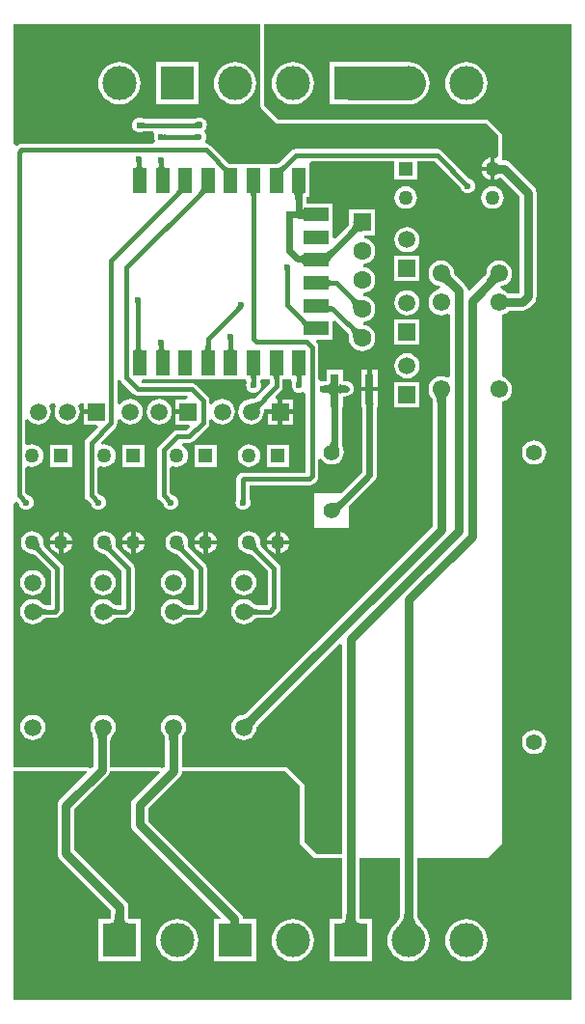
<source format=gtl>
G04*
G04 #@! TF.GenerationSoftware,Altium Limited,Altium Designer,20.1.8 (145)*
G04*
G04 Layer_Physical_Order=1*
G04 Layer_Color=255*
%FSLAX25Y25*%
%MOIN*%
G70*
G04*
G04 #@! TF.SameCoordinates,C1F37BB6-5B76-4B97-91C3-AF8EDC61D9EA*
G04*
G04*
G04 #@! TF.FilePolarity,Positive*
G04*
G01*
G75*
%ADD13R,0.06299X0.06299*%
%ADD14C,0.06299*%
%ADD28R,0.02953X0.10236*%
%ADD29R,0.04724X0.08661*%
%ADD30R,0.08661X0.04724*%
%ADD31C,0.03150*%
%ADD32C,0.01575*%
%ADD33C,0.02362*%
%ADD34C,0.11811*%
%ADD35R,0.05906X0.05906*%
%ADD36C,0.05906*%
%ADD37C,0.04961*%
%ADD38R,0.04961X0.04961*%
%ADD39C,0.05600*%
%ADD40C,0.06102*%
%ADD41R,0.11811X0.11811*%
%ADD42C,0.11811*%
%ADD43R,0.05906X0.05906*%
%ADD44C,0.05937*%
%ADD45R,0.05937X0.05937*%
%ADD46R,0.04961X0.04961*%
%ADD47C,0.02362*%
G36*
X64327Y302255D02*
X64315Y302259D01*
X64290Y302262D01*
X64251Y302265D01*
X63852Y302274D01*
X63596Y302275D01*
X63484Y303850D01*
X63618Y303851D01*
X64193Y303886D01*
X64223Y303895D01*
X64239Y303906D01*
X64327Y302255D01*
D02*
G37*
G36*
X45310Y303866D02*
X45335Y303863D01*
X45374Y303860D01*
X45773Y303851D01*
X46029Y303850D01*
X46141Y302275D01*
X46007Y302274D01*
X45432Y302239D01*
X45403Y302230D01*
X45386Y302219D01*
X45298Y303870D01*
X45310Y303866D01*
D02*
G37*
G36*
X64157Y298173D02*
X64142Y298181D01*
X64114Y298187D01*
X64073Y298193D01*
X63951Y298203D01*
X63546Y298212D01*
X63411Y298213D01*
Y299787D01*
X64157Y299827D01*
Y298173D01*
D02*
G37*
G36*
X52858Y299819D02*
X52886Y299813D01*
X52927Y299807D01*
X53049Y299797D01*
X53454Y299788D01*
X53589Y299787D01*
Y298213D01*
X52843Y298173D01*
Y299827D01*
X52858Y299819D01*
D02*
G37*
G36*
X86095Y310000D02*
X86202Y309462D01*
X86506Y309007D01*
X91507Y304007D01*
X91962Y303702D01*
X92500Y303595D01*
X164418Y303595D01*
X168595Y299418D01*
Y292391D01*
X167595Y291723D01*
X167507Y291759D01*
X167189Y291801D01*
Y288000D01*
Y284199D01*
X167507Y284241D01*
X168446Y284630D01*
X168957Y285022D01*
X169266D01*
X175822Y278466D01*
Y245079D01*
X175721Y244978D01*
X171997D01*
X171981Y245000D01*
X171056Y245709D01*
X169978Y246156D01*
X169859Y246171D01*
X169247Y247261D01*
X169292Y247361D01*
X169393Y247448D01*
X169978Y247526D01*
X171056Y247972D01*
X171981Y248682D01*
X172691Y249607D01*
X173137Y250684D01*
X173290Y251841D01*
X173137Y252997D01*
X172691Y254074D01*
X171981Y254999D01*
X171056Y255710D01*
X169978Y256156D01*
X168822Y256308D01*
X167666Y256156D01*
X166588Y255710D01*
X165663Y254999D01*
X164953Y254074D01*
X164507Y252997D01*
X164355Y251841D01*
X164358Y251818D01*
X164355Y251811D01*
X164324Y251742D01*
X164269Y251642D01*
X164186Y251515D01*
X164085Y251377D01*
X163758Y250997D01*
X163556Y250788D01*
X163553Y250783D01*
X158789Y246019D01*
X157733Y246378D01*
X157703Y246607D01*
X157405Y247326D01*
X156932Y247943D01*
X154092Y250783D01*
X154088Y250788D01*
X153886Y250997D01*
X153560Y251377D01*
X153458Y251515D01*
X153375Y251642D01*
X153320Y251742D01*
X153289Y251811D01*
X153287Y251818D01*
X153289Y251841D01*
X153137Y252997D01*
X152691Y254074D01*
X151981Y254999D01*
X151056Y255710D01*
X149978Y256156D01*
X148822Y256308D01*
X147666Y256156D01*
X146589Y255710D01*
X145663Y254999D01*
X144953Y254074D01*
X144507Y252997D01*
X144355Y251841D01*
X144507Y250684D01*
X144953Y249607D01*
X145663Y248682D01*
X146589Y247972D01*
X147666Y247526D01*
X148252Y247448D01*
X148352Y247362D01*
X148397Y247261D01*
X147785Y246171D01*
X147666Y246156D01*
X146589Y245709D01*
X145663Y245000D01*
X144953Y244074D01*
X144507Y242997D01*
X144355Y241841D01*
X144507Y240684D01*
X144953Y239607D01*
X145663Y238682D01*
X146589Y237972D01*
X147666Y237526D01*
X148822Y237373D01*
X149978Y237526D01*
X150848Y237886D01*
X151848Y237457D01*
Y216224D01*
X150848Y215796D01*
X149978Y216156D01*
X148822Y216308D01*
X147666Y216156D01*
X146589Y215709D01*
X145663Y215000D01*
X144953Y214074D01*
X144507Y212997D01*
X144355Y211841D01*
X144507Y210684D01*
X144953Y209607D01*
X145663Y208682D01*
X145681Y208668D01*
X145685Y208661D01*
X145711Y208591D01*
X145743Y208480D01*
X145774Y208332D01*
X145800Y208163D01*
X145838Y207663D01*
X145843Y207373D01*
X145844Y207367D01*
Y164556D01*
X81453Y100164D01*
X81447Y100161D01*
X81241Y99961D01*
X80869Y99637D01*
X80735Y99536D01*
X80613Y99454D01*
X80520Y99401D01*
X80479Y99381D01*
X79365Y99235D01*
X78308Y98797D01*
X77400Y98100D01*
X76703Y97192D01*
X76265Y96135D01*
X76116Y95000D01*
X76265Y93865D01*
X76703Y92808D01*
X77400Y91900D01*
X78308Y91203D01*
X79365Y90765D01*
X80500Y90616D01*
X81635Y90765D01*
X82692Y91203D01*
X83600Y91900D01*
X84297Y92808D01*
X84735Y93865D01*
X84881Y94978D01*
X84901Y95020D01*
X84954Y95113D01*
X85036Y95235D01*
X85137Y95369D01*
X85461Y95741D01*
X85661Y95947D01*
X85664Y95953D01*
X113598Y123886D01*
X114522Y123503D01*
Y51405D01*
X105582D01*
X101405Y55582D01*
X101405Y75000D01*
X101298Y75538D01*
X100993Y75993D01*
X95993Y80993D01*
X95538Y81298D01*
X95000Y81405D01*
X59158D01*
Y90675D01*
X59160Y90681D01*
X59164Y90968D01*
X59198Y91460D01*
X59222Y91627D01*
X59250Y91770D01*
X59278Y91874D01*
X59293Y91917D01*
X59977Y92808D01*
X60415Y93865D01*
X60564Y95000D01*
X60415Y96135D01*
X59977Y97192D01*
X59280Y98100D01*
X58372Y98797D01*
X57315Y99235D01*
X56180Y99384D01*
X55045Y99235D01*
X53988Y98797D01*
X53080Y98100D01*
X52384Y97192D01*
X51946Y96135D01*
X51796Y95000D01*
X51946Y93865D01*
X52384Y92808D01*
X53067Y91917D01*
X53082Y91874D01*
X53110Y91770D01*
X53139Y91627D01*
X53162Y91460D01*
X53196Y90968D01*
X53201Y90681D01*
X53202Y90675D01*
Y81390D01*
X52963Y81205D01*
X52264Y80993D01*
X51809Y81298D01*
X51271Y81405D01*
X34339Y81405D01*
Y90394D01*
X34339Y90396D01*
X34361Y90968D01*
X34382Y91149D01*
X34409Y91306D01*
X34438Y91422D01*
X34463Y91494D01*
X34463Y91496D01*
X34512Y91556D01*
X34960Y91900D01*
X35657Y92808D01*
X36095Y93865D01*
X36244Y95000D01*
X36095Y96135D01*
X35657Y97192D01*
X34960Y98100D01*
X34052Y98797D01*
X32995Y99235D01*
X31860Y99384D01*
X30726Y99235D01*
X29668Y98797D01*
X28760Y98100D01*
X28064Y97192D01*
X27626Y96135D01*
X27476Y95000D01*
X27626Y93865D01*
X28064Y92808D01*
X28233Y92587D01*
X28253Y92534D01*
X28262Y92518D01*
X28270Y92494D01*
X28291Y92407D01*
X28307Y92315D01*
X28378Y91366D01*
X28381Y91082D01*
X28382Y91075D01*
Y81594D01*
X28027Y81239D01*
X27128Y80993D01*
X26673Y81298D01*
X26135Y81405D01*
X1003D01*
Y172360D01*
X2004Y172774D01*
X2701Y172077D01*
X2707Y172032D01*
X2965Y171409D01*
X3375Y170875D01*
X3909Y170465D01*
X4532Y170207D01*
X5200Y170119D01*
X5868Y170207D01*
X6491Y170465D01*
X7025Y170875D01*
X7435Y171409D01*
X7693Y172032D01*
X7781Y172700D01*
X7693Y173368D01*
X7435Y173991D01*
X7025Y174525D01*
X6491Y174935D01*
X5868Y175193D01*
X5824Y175199D01*
X5818Y175205D01*
X4901Y176122D01*
Y184690D01*
X5901Y185294D01*
X6331Y185116D01*
X7339Y184984D01*
X8346Y185116D01*
X9284Y185505D01*
X10090Y186123D01*
X10709Y186929D01*
X11097Y187868D01*
X11230Y188875D01*
X11097Y189882D01*
X10709Y190821D01*
X10090Y191627D01*
X9284Y192245D01*
X8346Y192634D01*
X7339Y192767D01*
X6331Y192634D01*
X5901Y192456D01*
X4901Y193060D01*
Y201231D01*
X5901Y201570D01*
X6362Y200968D01*
X7267Y200274D01*
X8320Y199838D01*
X9451Y199689D01*
X10582Y199838D01*
X11635Y200274D01*
X12540Y200968D01*
X13234Y201873D01*
X13670Y202927D01*
X13819Y204057D01*
X13670Y205188D01*
X13334Y206000D01*
X13782Y207000D01*
X15120D01*
X15568Y206000D01*
X15232Y205188D01*
X15083Y204057D01*
X15232Y202927D01*
X15668Y201873D01*
X16362Y200968D01*
X17267Y200274D01*
X18320Y199838D01*
X19451Y199689D01*
X20582Y199838D01*
X21635Y200274D01*
X22540Y200968D01*
X23234Y201873D01*
X23670Y202927D01*
X23819Y204057D01*
X23670Y205188D01*
X23334Y206000D01*
X23782Y207000D01*
X25120D01*
Y204746D01*
X29451D01*
Y203368D01*
X25120D01*
Y199726D01*
X29659D01*
X30042Y198802D01*
X26132Y194892D01*
X25653Y194176D01*
X25485Y193331D01*
Y175207D01*
X25653Y174362D01*
X26132Y173646D01*
X27701Y172077D01*
X27707Y172032D01*
X27965Y171409D01*
X28375Y170875D01*
X28909Y170465D01*
X29532Y170207D01*
X30200Y170119D01*
X30868Y170207D01*
X31491Y170465D01*
X32025Y170875D01*
X32435Y171409D01*
X32693Y172032D01*
X32781Y172700D01*
X32693Y173368D01*
X32435Y173991D01*
X32025Y174525D01*
X31491Y174935D01*
X30868Y175193D01*
X30824Y175199D01*
X30818Y175205D01*
X29901Y176122D01*
Y184690D01*
X30901Y185294D01*
X31331Y185116D01*
X32339Y184984D01*
X33346Y185116D01*
X34284Y185505D01*
X35090Y186123D01*
X35709Y186929D01*
X36097Y187868D01*
X36230Y188875D01*
X36097Y189882D01*
X35709Y190821D01*
X35090Y191627D01*
X34284Y192245D01*
X33346Y192634D01*
X32339Y192767D01*
X31563Y192664D01*
X31122Y193301D01*
X31042Y193558D01*
X36130Y198646D01*
X36609Y199363D01*
X36777Y200207D01*
Y201116D01*
X37777Y201455D01*
X38151Y200968D01*
X39055Y200274D01*
X40109Y199838D01*
X41239Y199689D01*
X42370Y199838D01*
X43423Y200274D01*
X44328Y200968D01*
X45022Y201873D01*
X45458Y202927D01*
X45607Y204057D01*
X45458Y205188D01*
X45022Y206241D01*
X44328Y207146D01*
X43423Y207840D01*
X42370Y208276D01*
X41239Y208425D01*
X40109Y208276D01*
X39055Y207840D01*
X38151Y207146D01*
X37777Y206659D01*
X36777Y206998D01*
Y214924D01*
X37777Y215022D01*
X37795Y214931D01*
X38274Y214215D01*
X42208Y210280D01*
X42924Y209802D01*
X43769Y209634D01*
X60881D01*
X61051Y209388D01*
X60527Y208388D01*
X56909D01*
Y204746D01*
X61239D01*
Y203368D01*
X56909D01*
Y199726D01*
X61448D01*
X61830Y198802D01*
X60739Y197711D01*
X57397D01*
X56552Y197543D01*
X55836Y197064D01*
X51132Y192360D01*
X50653Y191644D01*
X50485Y190799D01*
Y175207D01*
X50653Y174362D01*
X51132Y173646D01*
X52701Y172077D01*
X52707Y172032D01*
X52965Y171409D01*
X53375Y170875D01*
X53909Y170465D01*
X54532Y170207D01*
X55200Y170119D01*
X55868Y170207D01*
X56491Y170465D01*
X57025Y170875D01*
X57435Y171409D01*
X57693Y172032D01*
X57781Y172700D01*
X57693Y173368D01*
X57435Y173991D01*
X57025Y174525D01*
X56491Y174935D01*
X55868Y175193D01*
X55824Y175199D01*
X55818Y175205D01*
X54901Y176122D01*
Y184690D01*
X55901Y185294D01*
X56331Y185116D01*
X57339Y184984D01*
X58346Y185116D01*
X59284Y185505D01*
X60090Y186123D01*
X60709Y186929D01*
X61098Y187868D01*
X61230Y188875D01*
X61098Y189882D01*
X60709Y190821D01*
X60090Y191627D01*
X59284Y192245D01*
X59163Y192296D01*
X59362Y193296D01*
X61653D01*
X62498Y193464D01*
X63214Y193942D01*
X67918Y198646D01*
X68397Y199363D01*
X68565Y200207D01*
Y201116D01*
X69565Y201455D01*
X69939Y200968D01*
X70843Y200274D01*
X71897Y199838D01*
X73027Y199689D01*
X74158Y199838D01*
X75212Y200274D01*
X76116Y200968D01*
X76810Y201873D01*
X77247Y202927D01*
X77396Y204057D01*
X77247Y205188D01*
X76810Y206241D01*
X76116Y207146D01*
X75212Y207840D01*
X74158Y208276D01*
X73027Y208425D01*
X71897Y208276D01*
X70843Y207840D01*
X69939Y207146D01*
X69565Y206659D01*
X68565Y206998D01*
Y207907D01*
X68397Y208752D01*
X67918Y209468D01*
X63984Y213403D01*
X63267Y213881D01*
X62423Y214049D01*
X45311D01*
X45141Y214295D01*
X45665Y215295D01*
X48362Y215295D01*
X49102Y215295D01*
X55496D01*
X56102Y215295D01*
X57102Y215295D01*
X63370D01*
X63976Y215295D01*
X64976Y215295D01*
X71244D01*
X71850Y215295D01*
X72850Y215295D01*
X79118D01*
X79724Y215295D01*
X81179Y215295D01*
X81566Y214295D01*
X81365Y213810D01*
X81277Y213142D01*
X81365Y212474D01*
X81623Y211851D01*
X82033Y211317D01*
X82568Y210906D01*
X83190Y210649D01*
X83858Y210561D01*
X84526Y210649D01*
X85149Y210906D01*
X85683Y211317D01*
X86094Y211851D01*
X86351Y212474D01*
X86439Y213142D01*
X86351Y213810D01*
X86150Y214295D01*
X86537Y215295D01*
X87598D01*
Y215295D01*
X87992D01*
Y215295D01*
X89525D01*
Y213676D01*
X84617Y208769D01*
X84569Y208733D01*
X84461Y208670D01*
X84335Y208610D01*
X84187Y208555D01*
X84016Y208507D01*
X83818Y208467D01*
X83595Y208437D01*
X83345Y208419D01*
X83101Y208416D01*
X83027Y208425D01*
X81897Y208276D01*
X80844Y207840D01*
X79939Y207146D01*
X79245Y206241D01*
X78808Y205188D01*
X78659Y204057D01*
X78808Y202927D01*
X79245Y201873D01*
X79939Y200968D01*
X80844Y200274D01*
X81897Y199838D01*
X83027Y199689D01*
X84158Y199838D01*
X85212Y200274D01*
X86116Y200968D01*
X86810Y201873D01*
X87247Y202927D01*
X87396Y204057D01*
X87386Y204130D01*
X87390Y204375D01*
X87408Y204625D01*
X87432Y204807D01*
X87489Y204882D01*
X87715Y205031D01*
X88279Y204746D01*
X92339D01*
Y208388D01*
X91787D01*
X91404Y209312D01*
X93293Y211201D01*
X93772Y211917D01*
X93940Y212762D01*
Y215295D01*
X95472D01*
Y215295D01*
X95866D01*
Y215295D01*
X96963D01*
X97329Y214295D01*
X97113Y213774D01*
X97025Y213106D01*
X97113Y212438D01*
X97371Y211816D01*
X97781Y211281D01*
X98316Y210871D01*
X98938Y210613D01*
X99606Y210525D01*
X100274Y210613D01*
X100897Y210871D01*
X100926Y210893D01*
X101926Y210400D01*
Y183074D01*
X80463D01*
X79619Y182906D01*
X78902Y182427D01*
X78639Y182164D01*
X78160Y181448D01*
X77992Y180603D01*
Y174027D01*
X77965Y173991D01*
X77707Y173368D01*
X77619Y172700D01*
X77707Y172032D01*
X77965Y171409D01*
X78375Y170875D01*
X78909Y170465D01*
X79532Y170207D01*
X80200Y170119D01*
X80868Y170207D01*
X81491Y170465D01*
X82025Y170875D01*
X82435Y171409D01*
X82693Y172032D01*
X82781Y172700D01*
X82693Y173368D01*
X82435Y173991D01*
X82408Y174026D01*
X82408Y174034D01*
Y178658D01*
X103211D01*
X104056Y178826D01*
X104772Y179305D01*
X105695Y180227D01*
X106174Y180944D01*
X106342Y181789D01*
Y187528D01*
X107041Y187802D01*
X107342Y187803D01*
X107942Y187020D01*
X108815Y186351D01*
X109832Y185930D01*
X110922Y185786D01*
X112013Y185930D01*
X113029Y186351D01*
X113902Y187020D01*
X114572Y187893D01*
X114993Y188909D01*
X115136Y190000D01*
X114993Y191091D01*
X114812Y191527D01*
X114788Y191652D01*
X114740Y191773D01*
X114708Y191871D01*
X114680Y191976D01*
X114615Y192308D01*
X114596Y192453D01*
X114550Y193151D01*
X114547Y193403D01*
X114542Y193426D01*
Y204488D01*
X114547Y204510D01*
X114559Y205330D01*
X114570Y205504D01*
X114854D01*
Y206795D01*
X114869Y206860D01*
X114866Y206877D01*
X114869Y206894D01*
X114854Y206969D01*
Y209320D01*
X114921Y209338D01*
X115154Y209377D01*
X115458Y209404D01*
X115864Y209414D01*
X115883Y209419D01*
X116000D01*
X116668Y209507D01*
X117291Y209765D01*
X117825Y210175D01*
X118235Y210709D01*
X118493Y211332D01*
X118581Y212000D01*
X118493Y212668D01*
X118235Y213291D01*
X117825Y213825D01*
X117291Y214235D01*
X116668Y214493D01*
X116000Y214581D01*
X115883D01*
X115864Y214586D01*
X115458Y214596D01*
X115154Y214623D01*
X114921Y214662D01*
X114854Y214680D01*
Y218496D01*
X109146D01*
Y214678D01*
X109087Y214662D01*
X108852Y214623D01*
X108545Y214596D01*
X108137Y214586D01*
X108117Y214581D01*
X108000D01*
X107342Y214494D01*
X107332Y214493D01*
X106342Y215165D01*
Y226232D01*
X106174Y227076D01*
X105695Y227793D01*
X105337Y228151D01*
X105719Y229075D01*
X111221D01*
Y235163D01*
X112221Y235577D01*
X116476Y231321D01*
X116520Y231261D01*
X116588Y231143D01*
X116653Y231001D01*
X116713Y230832D01*
X116766Y230634D01*
X116806Y230427D01*
X116861Y229841D01*
X116865Y229586D01*
X116853Y229500D01*
X117009Y228318D01*
X117465Y227217D01*
X118191Y226271D01*
X119137Y225545D01*
X120238Y225089D01*
X121420Y224933D01*
X122602Y225089D01*
X123703Y225545D01*
X124649Y226271D01*
X125375Y227217D01*
X125831Y228318D01*
X125987Y229500D01*
X125831Y230682D01*
X125375Y231783D01*
X124649Y232729D01*
X123703Y233455D01*
X122602Y233911D01*
X121959Y233996D01*
Y235004D01*
X122602Y235089D01*
X123703Y235545D01*
X124649Y236271D01*
X125375Y237217D01*
X125831Y238318D01*
X125987Y239500D01*
X125831Y240682D01*
X125375Y241783D01*
X124649Y242729D01*
X123703Y243455D01*
X122602Y243911D01*
X121959Y243996D01*
Y245004D01*
X122602Y245089D01*
X123703Y245545D01*
X124649Y246271D01*
X125375Y247217D01*
X125831Y248318D01*
X125987Y249500D01*
X125831Y250682D01*
X125375Y251783D01*
X124649Y252729D01*
X123703Y253455D01*
X122602Y253911D01*
X121959Y253996D01*
Y255004D01*
X122602Y255089D01*
X123703Y255545D01*
X124649Y256271D01*
X125375Y257217D01*
X125831Y258318D01*
X125987Y259500D01*
X125831Y260682D01*
X125375Y261783D01*
X124649Y262729D01*
X123703Y263455D01*
X122602Y263911D01*
X122135Y263972D01*
X122201Y264972D01*
X125947D01*
Y274028D01*
X116892D01*
Y269778D01*
X116877Y269703D01*
X116892Y269628D01*
Y268850D01*
X116699Y268572D01*
X116037Y267789D01*
X115601Y267338D01*
X115589Y267320D01*
X112144Y263875D01*
X111221Y264257D01*
Y268051D01*
X111221D01*
Y268445D01*
X111221D01*
Y275925D01*
X102018D01*
Y277259D01*
X102023Y277278D01*
X102034Y277686D01*
X102060Y277992D01*
X102100Y278227D01*
X102116Y278287D01*
X103346D01*
Y289705D01*
X103991Y290438D01*
X132642D01*
Y284142D01*
X140358D01*
Y290438D01*
X146440D01*
X155501Y281377D01*
X155507Y281332D01*
X155765Y280709D01*
X156175Y280175D01*
X156709Y279765D01*
X157332Y279507D01*
X158000Y279419D01*
X158668Y279507D01*
X159291Y279765D01*
X159825Y280175D01*
X160235Y280709D01*
X160493Y281332D01*
X160581Y282000D01*
X160493Y282668D01*
X160235Y283291D01*
X159825Y283825D01*
X159291Y284235D01*
X158668Y284493D01*
X158623Y284499D01*
X148916Y294207D01*
X148199Y294685D01*
X147354Y294853D01*
X98413D01*
X97569Y294685D01*
X96852Y294207D01*
X92802Y290157D01*
X92541Y289914D01*
X92340Y289753D01*
X92270Y289705D01*
X91931D01*
X91855Y289720D01*
X91780Y289705D01*
X87992D01*
Y289705D01*
X87598D01*
Y289705D01*
X80724D01*
X80118Y289705D01*
X79118Y289705D01*
X75937D01*
X75861Y289720D01*
X75786Y289705D01*
X75446D01*
X75393Y289742D01*
X74978Y290093D01*
X69010Y296061D01*
X68294Y296540D01*
X67690Y296660D01*
X67326Y297277D01*
X67234Y297708D01*
X67235Y297709D01*
X67493Y298332D01*
X67581Y299000D01*
X67493Y299668D01*
X67235Y300291D01*
X66825Y300825D01*
X67283Y301734D01*
X67360Y301834D01*
X67618Y302457D01*
X67706Y303125D01*
X67618Y303793D01*
X67360Y304416D01*
X66950Y304950D01*
X66416Y305360D01*
X65793Y305618D01*
X65125Y305706D01*
X64457Y305618D01*
X63834Y305360D01*
X63717Y305270D01*
X45706D01*
X45168Y305493D01*
X44500Y305581D01*
X43832Y305493D01*
X43209Y305235D01*
X42675Y304825D01*
X42265Y304291D01*
X42007Y303668D01*
X41919Y303000D01*
X42007Y302332D01*
X42265Y301709D01*
X42675Y301175D01*
X43209Y300765D01*
X43832Y300507D01*
X44500Y300419D01*
X45168Y300507D01*
X45791Y300765D01*
X45908Y300855D01*
X48959D01*
X49063Y300782D01*
X49584Y299855D01*
X49507Y299668D01*
X49419Y299000D01*
X49507Y298332D01*
X49765Y297709D01*
X49766Y297708D01*
X49273Y296708D01*
X3615D01*
X2771Y296540D01*
X2054Y296061D01*
X2004Y296010D01*
X1003Y296425D01*
Y337997D01*
X86095D01*
X86095Y310000D01*
D02*
G37*
G36*
X52819Y290142D02*
X52813Y290114D01*
X52807Y290073D01*
X52797Y289951D01*
X52792Y289720D01*
X52795Y289590D01*
X52819Y289323D01*
X52858Y289086D01*
X52913Y288882D01*
X52984Y288708D01*
X53071Y288567D01*
X53173Y288457D01*
X53291Y288378D01*
X53425Y288331D01*
X53575Y288315D01*
X50425D01*
X50575Y288331D01*
X50709Y288378D01*
X50827Y288457D01*
X50929Y288567D01*
X51016Y288708D01*
X51087Y288882D01*
X51142Y289086D01*
X51181Y289323D01*
X51204Y289579D01*
X51173Y290157D01*
X52827D01*
X52819Y290142D01*
D02*
G37*
G36*
X45115Y290225D02*
X45108Y290197D01*
X45102Y290156D01*
X45093Y290034D01*
X45087Y289759D01*
X45091Y289590D01*
X45115Y289323D01*
X45154Y289086D01*
X45209Y288882D01*
X45280Y288708D01*
X45367Y288567D01*
X45469Y288457D01*
X45587Y288378D01*
X45721Y288331D01*
X45871Y288315D01*
X42721D01*
X42871Y288331D01*
X43004Y288378D01*
X43123Y288457D01*
X43225Y288567D01*
X43312Y288708D01*
X43382Y288882D01*
X43437Y289086D01*
X43477Y289323D01*
X43500Y289590D01*
X43501Y289625D01*
X43469Y290239D01*
X45123D01*
X45115Y290225D01*
D02*
G37*
G36*
X95196Y288315D02*
X94884Y287992D01*
X94394Y287413D01*
X94216Y287157D01*
X94082Y286923D01*
X93993Y286711D01*
X93949Y286522D01*
Y286355D01*
X93993Y286210D01*
X94082Y286088D01*
X91855Y288315D01*
X91978Y288226D01*
X92123Y288181D01*
X92290D01*
X92479Y288226D01*
X92690Y288315D01*
X92924Y288448D01*
X93181Y288627D01*
X93459Y288849D01*
X94082Y289428D01*
X95196Y288315D01*
D02*
G37*
G36*
X73957Y289117D02*
X74536Y288627D01*
X74792Y288448D01*
X75026Y288315D01*
X75238Y288226D01*
X75427Y288181D01*
X75594D01*
X75739Y288226D01*
X75861Y288315D01*
X73634Y286088D01*
X73723Y286210D01*
X73768Y286355D01*
Y286522D01*
X73723Y286711D01*
X73634Y286923D01*
X73500Y287157D01*
X73322Y287413D01*
X73099Y287691D01*
X72521Y288315D01*
X73634Y289428D01*
X73957Y289117D01*
D02*
G37*
G36*
X67987Y279689D02*
X67866Y279777D01*
X67722Y279821D01*
X67555Y279819D01*
X67366Y279774D01*
X67155Y279683D01*
X66921Y279549D01*
X66664Y279369D01*
X66386Y279145D01*
X65760Y278564D01*
X64647Y279677D01*
X64960Y280001D01*
X65452Y280582D01*
X65631Y280838D01*
X65766Y281072D01*
X65856Y281284D01*
X65902Y281473D01*
X65903Y281639D01*
X65860Y281783D01*
X65772Y281904D01*
X67987Y279689D01*
D02*
G37*
G36*
X60113D02*
X59992Y279777D01*
X59848Y279821D01*
X59681Y279819D01*
X59492Y279774D01*
X59281Y279683D01*
X59047Y279549D01*
X58790Y279369D01*
X58512Y279145D01*
X57886Y278564D01*
X56773Y279677D01*
X57086Y280001D01*
X57578Y280582D01*
X57757Y280838D01*
X57892Y281072D01*
X57982Y281284D01*
X58028Y281473D01*
X58029Y281639D01*
X57986Y281783D01*
X57898Y281904D01*
X60113Y279689D01*
D02*
G37*
G36*
X85283Y279674D02*
X85150Y279626D01*
X85031Y279546D01*
X84929Y279435D01*
X84842Y279293D01*
X84772Y279118D01*
X84716Y278912D01*
X84677Y278674D01*
X84654Y278404D01*
X84646Y278103D01*
X83071D01*
X83063Y278404D01*
X83039Y278674D01*
X83000Y278912D01*
X82945Y279118D01*
X82874Y279293D01*
X82787Y279435D01*
X82685Y279546D01*
X82567Y279626D01*
X82433Y279674D01*
X82284Y279689D01*
X85433D01*
X85283Y279674D01*
D02*
G37*
G36*
X101575Y279665D02*
X101374Y279593D01*
X101197Y279474D01*
X101044Y279308D01*
X100914Y279094D01*
X100807Y278833D01*
X100725Y278525D01*
X100666Y278169D01*
X100630Y277766D01*
X100619Y277315D01*
X98256D01*
X98246Y277764D01*
X98166Y278520D01*
X98096Y278827D01*
X98006Y279087D01*
X97896Y279299D01*
X97766Y279465D01*
X97616Y279583D01*
X97446Y279654D01*
X97256Y279677D01*
X101800Y279689D01*
X101575Y279665D01*
D02*
G37*
G36*
X100642Y275165D02*
X100713Y274763D01*
X100831Y274409D01*
X100996Y274102D01*
X101209Y273842D01*
X101469Y273630D01*
X101776Y273464D01*
X102130Y273346D01*
X102532Y273275D01*
X102981Y273252D01*
X101205Y272660D01*
Y270315D01*
X101187Y270424D01*
X101134Y270522D01*
X101046Y270608D01*
X100922Y270683D01*
X100763Y270746D01*
X100569Y270798D01*
X100339Y270838D01*
X100074Y270866D01*
X99437Y270889D01*
Y273252D01*
X99773Y273257D01*
X99835Y273262D01*
X100619Y275614D01*
X100642Y275165D01*
D02*
G37*
G36*
X121623Y266362D02*
X121439Y266496D01*
X121222Y266563D01*
X120972D01*
X120688Y266496D01*
X120370Y266362D01*
X120019Y266162D01*
X119635Y265895D01*
X119218Y265561D01*
X118282Y264692D01*
X116612Y266362D01*
X117080Y266847D01*
X117815Y267715D01*
X118082Y268099D01*
X118282Y268450D01*
X118416Y268768D01*
X118483Y269052D01*
Y269302D01*
X118416Y269519D01*
X118282Y269703D01*
X121623Y266362D01*
D02*
G37*
G36*
X112336Y258746D02*
X111749Y258142D01*
X110437Y256579D01*
X110149Y256141D01*
X109936Y255744D01*
X109797Y255388D01*
X109734Y255074D01*
X109745Y254801D01*
X109830Y254570D01*
X107367Y258787D01*
X107511Y258614D01*
X107697Y258517D01*
X107926Y258495D01*
X108197Y258548D01*
X108510Y258678D01*
X108865Y258882D01*
X109262Y259163D01*
X109702Y259519D01*
X110707Y260457D01*
X112336Y258746D01*
D02*
G37*
G36*
X101205Y254596D02*
X101183Y254784D01*
X101117Y254953D01*
X101007Y255101D01*
X100854Y255230D01*
X100658Y255339D01*
X100418Y255428D01*
X100134Y255498D01*
X99807Y255547D01*
X99436Y255577D01*
X99022Y255587D01*
Y257949D01*
X99434Y257957D01*
X100129Y258024D01*
X100411Y258083D01*
X100650Y258158D01*
X100846Y258251D01*
X100998Y258360D01*
X101106Y258485D01*
X101171Y258628D01*
X101193Y258787D01*
X101205Y254596D01*
D02*
G37*
G36*
X96319Y253142D02*
X96313Y253114D01*
X96307Y253073D01*
X96297Y252951D01*
X96288Y252546D01*
X96287Y252411D01*
X94713D01*
X94673Y253156D01*
X96327D01*
X96319Y253142D01*
D02*
G37*
G36*
X168792Y248790D02*
X168630Y248779D01*
X168460Y248744D01*
X168282Y248685D01*
X168095Y248601D01*
X167899Y248492D01*
X167695Y248360D01*
X167482Y248202D01*
X167032Y247815D01*
X166793Y247585D01*
X164566Y249812D01*
X164796Y250050D01*
X165184Y250501D01*
X165341Y250714D01*
X165474Y250918D01*
X165582Y251113D01*
X165666Y251300D01*
X165726Y251479D01*
X165761Y251649D01*
X165771Y251810D01*
X168792Y248790D01*
D02*
G37*
G36*
X151884Y251649D02*
X151919Y251479D01*
X151978Y251300D01*
X152062Y251113D01*
X152171Y250918D01*
X152303Y250714D01*
X152460Y250501D01*
X152848Y250050D01*
X153078Y249812D01*
X150851Y247585D01*
X150613Y247815D01*
X150162Y248202D01*
X149949Y248360D01*
X149745Y248492D01*
X149549Y248601D01*
X149363Y248685D01*
X149184Y248744D01*
X149014Y248779D01*
X148853Y248790D01*
X151873Y251810D01*
X151884Y251649D01*
D02*
G37*
G36*
X109846Y249988D02*
X109894Y249854D01*
X109972Y249736D01*
X110082Y249634D01*
X110224Y249547D01*
X110397Y249476D01*
X110602Y249421D01*
X110838Y249382D01*
X111106Y249358D01*
X111405Y249350D01*
Y247776D01*
X111106Y247768D01*
X110838Y247744D01*
X110602Y247705D01*
X110397Y247650D01*
X110224Y247579D01*
X110082Y247492D01*
X109972Y247390D01*
X109894Y247272D01*
X109846Y247138D01*
X109830Y246988D01*
Y250138D01*
X109846Y249988D01*
D02*
G37*
G36*
X44819Y241642D02*
X44813Y241614D01*
X44807Y241573D01*
X44797Y241451D01*
X44788Y241046D01*
X44787Y240911D01*
X43213D01*
X43173Y241656D01*
X44827D01*
X44819Y241642D01*
D02*
G37*
G36*
X118679Y243375D02*
X118895Y243219D01*
X119132Y243082D01*
X119390Y242964D01*
X119670Y242864D01*
X119971Y242784D01*
X120294Y242722D01*
X120637Y242679D01*
X121002Y242655D01*
X121388Y242649D01*
X118271Y239531D01*
X118265Y239918D01*
X118198Y240626D01*
X118136Y240949D01*
X118055Y241250D01*
X117956Y241530D01*
X117838Y241788D01*
X117701Y242025D01*
X117545Y242241D01*
X117371Y242436D01*
X118484Y243549D01*
X118679Y243375D01*
D02*
G37*
G36*
X79691Y239621D02*
X78876Y238763D01*
X77860Y239973D01*
X77954Y240069D01*
X78271Y240428D01*
X78303Y240476D01*
X78325Y240516D01*
X78337Y240548D01*
X78338Y240572D01*
X79691Y239621D01*
D02*
G37*
G36*
X109845Y240963D02*
X109889Y240850D01*
X109961Y240751D01*
X110063Y240664D01*
X110193Y240591D01*
X110353Y240531D01*
X110542Y240485D01*
X110760Y240452D01*
X111006Y240432D01*
X111282Y240425D01*
Y238850D01*
X111006Y238845D01*
X110542Y238804D01*
X110353Y238769D01*
X110193Y238722D01*
X110063Y238666D01*
X109961Y238600D01*
X109889Y238523D01*
X109845Y238436D01*
X109830Y238339D01*
Y241090D01*
X109845Y240963D01*
D02*
G37*
G36*
X101516Y235967D02*
X102095Y235477D01*
X102351Y235299D01*
X102585Y235165D01*
X102797Y235076D01*
X102986Y235032D01*
X103153D01*
X103298Y235076D01*
X103420Y235165D01*
X101193Y232938D01*
X101282Y233061D01*
X101327Y233205D01*
Y233372D01*
X101282Y233562D01*
X101193Y233773D01*
X101059Y234007D01*
X100881Y234263D01*
X100659Y234542D01*
X100080Y235165D01*
X101193Y236279D01*
X101516Y235967D01*
D02*
G37*
G36*
X118679Y233375D02*
X118895Y233219D01*
X119132Y233082D01*
X119390Y232964D01*
X119670Y232864D01*
X119971Y232784D01*
X120294Y232722D01*
X120637Y232679D01*
X121002Y232655D01*
X121388Y232649D01*
X118271Y229532D01*
X118265Y229918D01*
X118198Y230626D01*
X118136Y230949D01*
X118055Y231250D01*
X117956Y231530D01*
X117838Y231788D01*
X117701Y232025D01*
X117545Y232241D01*
X117371Y232436D01*
X118484Y233549D01*
X118679Y233375D01*
D02*
G37*
G36*
X76819Y229142D02*
X76813Y229114D01*
X76807Y229073D01*
X76797Y228951D01*
X76788Y228546D01*
X76787Y228411D01*
X75213D01*
X75173Y229156D01*
X76827D01*
X76819Y229142D01*
D02*
G37*
G36*
X76795Y226598D02*
X76819Y226330D01*
X76858Y226094D01*
X76913Y225890D01*
X76984Y225716D01*
X77071Y225575D01*
X77173Y225464D01*
X77291Y225386D01*
X77425Y225338D01*
X77575Y225323D01*
X74425D01*
X74575Y225338D01*
X74709Y225386D01*
X74827Y225464D01*
X74929Y225575D01*
X75016Y225716D01*
X75087Y225890D01*
X75142Y226094D01*
X75181Y226330D01*
X75205Y226598D01*
X75213Y226897D01*
X76787D01*
X76795Y226598D01*
D02*
G37*
G36*
X68906D02*
X68929Y226330D01*
X68968Y226094D01*
X69024Y225890D01*
X69095Y225716D01*
X69181Y225575D01*
X69283Y225464D01*
X69402Y225386D01*
X69535Y225338D01*
X69685Y225323D01*
X66535D01*
X66685Y225338D01*
X66819Y225386D01*
X66937Y225464D01*
X67039Y225575D01*
X67126Y225716D01*
X67197Y225890D01*
X67252Y226094D01*
X67291Y226330D01*
X67315Y226598D01*
X67323Y226897D01*
X68898D01*
X68906Y226598D01*
D02*
G37*
G36*
X52819Y227142D02*
X52813Y227114D01*
X52807Y227073D01*
X52797Y226951D01*
X52792Y226724D01*
X52795Y226598D01*
X52819Y226330D01*
X52858Y226094D01*
X52913Y225890D01*
X52984Y225716D01*
X53071Y225575D01*
X53173Y225464D01*
X53291Y225386D01*
X53425Y225338D01*
X53575Y225323D01*
X50425D01*
X50575Y225338D01*
X50709Y225386D01*
X50827Y225464D01*
X50929Y225575D01*
X51016Y225716D01*
X51087Y225890D01*
X51142Y226094D01*
X51181Y226330D01*
X51204Y226584D01*
X51173Y227156D01*
X52827D01*
X52819Y227142D01*
D02*
G37*
G36*
X44795Y226598D02*
X44819Y226330D01*
X44858Y226094D01*
X44913Y225890D01*
X44984Y225716D01*
X45071Y225575D01*
X45173Y225464D01*
X45291Y225386D01*
X45425Y225338D01*
X45575Y225323D01*
X42425D01*
X42575Y225338D01*
X42709Y225386D01*
X42827Y225464D01*
X42929Y225575D01*
X43016Y225716D01*
X43087Y225890D01*
X43142Y226094D01*
X43181Y226330D01*
X43205Y226598D01*
X43213Y226897D01*
X44787D01*
X44795Y226598D01*
D02*
G37*
G36*
X101031Y216681D02*
X100898Y216634D01*
X100779Y216554D01*
X100677Y216443D01*
X100591Y216301D01*
X100520Y216126D01*
X100465Y215920D01*
X100425Y215682D01*
X100402Y215412D01*
X100394Y215110D01*
X98819D01*
X98811Y215412D01*
X98787Y215682D01*
X98748Y215920D01*
X98693Y216126D01*
X98622Y216301D01*
X98535Y216443D01*
X98433Y216554D01*
X98315Y216634D01*
X98181Y216681D01*
X98032Y216697D01*
X101181D01*
X101031Y216681D01*
D02*
G37*
G36*
X93158D02*
X93024Y216634D01*
X92905Y216554D01*
X92803Y216443D01*
X92716Y216301D01*
X92646Y216126D01*
X92590Y215920D01*
X92551Y215682D01*
X92528Y215412D01*
X92520Y215110D01*
X90945D01*
X90937Y215412D01*
X90913Y215682D01*
X90874Y215920D01*
X90819Y216126D01*
X90748Y216301D01*
X90661Y216443D01*
X90559Y216554D01*
X90441Y216634D01*
X90307Y216681D01*
X90158Y216697D01*
X93307D01*
X93158Y216681D01*
D02*
G37*
G36*
X85283D02*
X85150Y216634D01*
X85031Y216554D01*
X84929Y216443D01*
X84842Y216301D01*
X84772Y216126D01*
X84716Y215920D01*
X84677Y215682D01*
X84654Y215412D01*
X84646Y215110D01*
X83071D01*
X83063Y215412D01*
X83039Y215682D01*
X83000Y215920D01*
X82945Y216126D01*
X82874Y216301D01*
X82787Y216443D01*
X82685Y216554D01*
X82567Y216634D01*
X82433Y216681D01*
X82284Y216697D01*
X85433D01*
X85283Y216681D01*
D02*
G37*
G36*
X84685Y213985D02*
X83031D01*
X83039Y214000D01*
X83046Y214027D01*
X83052Y214069D01*
X83061Y214191D01*
X83070Y214596D01*
X83071Y214731D01*
X84646D01*
X84685Y213985D01*
D02*
G37*
G36*
X100433Y213950D02*
X98779D01*
X98787Y213964D01*
X98794Y213992D01*
X98800Y214033D01*
X98809Y214155D01*
X98818Y214561D01*
X98819Y214695D01*
X100394D01*
X100433Y213950D01*
D02*
G37*
G36*
X113488Y214138D02*
X113559Y213937D01*
X113677Y213760D01*
X113842Y213606D01*
X114055Y213476D01*
X114315Y213370D01*
X114622Y213287D01*
X114976Y213228D01*
X115378Y213193D01*
X115827Y213181D01*
Y210819D01*
X115378Y210807D01*
X114976Y210772D01*
X114622Y210713D01*
X114315Y210630D01*
X114055Y210524D01*
X113842Y210394D01*
X113677Y210240D01*
X113559Y210063D01*
X113488Y209862D01*
X113464Y209638D01*
Y214362D01*
X113488Y214138D01*
D02*
G37*
G36*
X110548Y209638D02*
X110524Y209862D01*
X110453Y210063D01*
X110334Y210240D01*
X110168Y210394D01*
X109954Y210524D01*
X109693Y210630D01*
X109384Y210713D01*
X109028Y210772D01*
X108624Y210807D01*
X108173Y210819D01*
Y213181D01*
X108624Y213193D01*
X109028Y213228D01*
X109384Y213287D01*
X109693Y213370D01*
X109954Y213476D01*
X110168Y213606D01*
X110334Y213760D01*
X110453Y213937D01*
X110524Y214138D01*
X110548Y214362D01*
Y209638D01*
D02*
G37*
G36*
X150851Y209540D02*
X150756Y209395D01*
X150672Y209227D01*
X150599Y209035D01*
X150537Y208820D01*
X150487Y208582D01*
X150447Y208321D01*
X150403Y207728D01*
X150397Y207397D01*
X147247D01*
X147242Y207728D01*
X147197Y208321D01*
X147158Y208582D01*
X147107Y208820D01*
X147045Y209035D01*
X146973Y209227D01*
X146888Y209395D01*
X146793Y209540D01*
X146686Y209662D01*
X150958D01*
X150851Y209540D01*
D02*
G37*
G36*
X113403Y206870D02*
X113348Y206799D01*
X113300Y206681D01*
X113258Y206516D01*
X113223Y206303D01*
X113194Y206044D01*
X113155Y205382D01*
X113142Y204532D01*
X110780D01*
X110778Y204980D01*
X110660Y206681D01*
X110624Y206799D01*
X110582Y206870D01*
X110536Y206894D01*
X113464D01*
X113403Y206870D01*
D02*
G37*
G36*
X86849Y206765D02*
X86681Y206579D01*
X86531Y206374D01*
X86399Y206152D01*
X86285Y205911D01*
X86189Y205652D01*
X86111Y205375D01*
X86051Y205080D01*
X86009Y204767D01*
X85986Y204436D01*
X85980Y204087D01*
X83057Y207010D01*
X83406Y207015D01*
X83737Y207039D01*
X84051Y207080D01*
X84346Y207140D01*
X84623Y207218D01*
X84881Y207314D01*
X85122Y207428D01*
X85345Y207560D01*
X85549Y207711D01*
X85736Y207879D01*
X86849Y206765D01*
D02*
G37*
G36*
X113142Y193386D02*
X113146Y193097D01*
X113197Y192314D01*
X113228Y192082D01*
X113310Y191659D01*
X113361Y191468D01*
X113419Y191292D01*
X113484Y191130D01*
X109844Y192584D01*
X110022Y192673D01*
X110181Y192785D01*
X110321Y192918D01*
X110443Y193074D01*
X110546Y193252D01*
X110630Y193453D01*
X110696Y193675D01*
X110743Y193920D01*
X110771Y194187D01*
X110780Y194476D01*
X113142Y193386D01*
D02*
G37*
G36*
X81027Y173544D02*
X79373D01*
X79381Y173558D01*
X79387Y173586D01*
X79393Y173627D01*
X79403Y173749D01*
X79412Y174154D01*
X79413Y174289D01*
X80987D01*
X81027Y173544D01*
D02*
G37*
G36*
X55188Y173881D02*
X54019Y172712D01*
X54014Y172727D01*
X53999Y172752D01*
X53974Y172785D01*
X53894Y172878D01*
X53615Y173171D01*
X53520Y173267D01*
X54633Y174380D01*
X55188Y173881D01*
D02*
G37*
G36*
X30188D02*
X29019Y172712D01*
X29014Y172727D01*
X28999Y172752D01*
X28974Y172785D01*
X28894Y172878D01*
X28615Y173171D01*
X28520Y173267D01*
X29633Y174380D01*
X30188Y173881D01*
D02*
G37*
G36*
X5188D02*
X4019Y172712D01*
X4014Y172727D01*
X3999Y172752D01*
X3974Y172785D01*
X3894Y172878D01*
X3615Y173171D01*
X3520Y173267D01*
X4633Y174380D01*
X5188Y173881D01*
D02*
G37*
G36*
X84652Y96925D02*
X84426Y96692D01*
X84045Y96254D01*
X83891Y96050D01*
X83761Y95856D01*
X83654Y95671D01*
X83572Y95496D01*
X83513Y95331D01*
X83479Y95175D01*
X83468Y95030D01*
X80530Y97968D01*
X80676Y97979D01*
X80831Y98014D01*
X80996Y98072D01*
X81171Y98154D01*
X81356Y98261D01*
X81550Y98391D01*
X81754Y98545D01*
X82192Y98926D01*
X82425Y99152D01*
X84652Y96925D01*
D02*
G37*
G36*
X58162Y92769D02*
X58077Y92635D01*
X58002Y92477D01*
X57936Y92295D01*
X57881Y92089D01*
X57835Y91859D01*
X57800Y91606D01*
X57760Y91027D01*
X57755Y90702D01*
X54605D01*
X54600Y91027D01*
X54560Y91606D01*
X54525Y91859D01*
X54479Y92089D01*
X54424Y92295D01*
X54359Y92477D01*
X54283Y92635D01*
X54198Y92769D01*
X54102Y92880D01*
X58258D01*
X58162Y92769D01*
D02*
G37*
G36*
X33551Y92560D02*
X33434Y92462D01*
X33329Y92339D01*
X33237Y92191D01*
X33157Y92018D01*
X33089Y91820D01*
X33034Y91596D01*
X32991Y91348D01*
X32960Y91074D01*
X32935Y90452D01*
X29785Y91096D01*
X29782Y91425D01*
X29703Y92491D01*
X29666Y92695D01*
X29623Y92874D01*
X29574Y93028D01*
X29518Y93156D01*
X29455Y93260D01*
X33551Y92560D01*
D02*
G37*
G36*
X119091Y29942D02*
X119138Y29405D01*
X119217Y28931D01*
X119327Y28520D01*
X119468Y28172D01*
X119642Y27887D01*
X119846Y27666D01*
X120083Y27508D01*
X120350Y27413D01*
X120650Y27382D01*
X114350D01*
X114650Y27413D01*
X114917Y27508D01*
X115154Y27666D01*
X115358Y27887D01*
X115532Y28172D01*
X115673Y28520D01*
X115784Y28931D01*
X115862Y29405D01*
X115909Y29942D01*
X115925Y30543D01*
X119075D01*
X119091Y29942D01*
D02*
G37*
G36*
X39091D02*
X39138Y29405D01*
X39217Y28931D01*
X39327Y28520D01*
X39469Y28172D01*
X39642Y27887D01*
X39847Y27666D01*
X40083Y27508D01*
X40350Y27413D01*
X40650Y27382D01*
X34350D01*
X34650Y27413D01*
X34917Y27508D01*
X35153Y27666D01*
X35358Y27887D01*
X35531Y28172D01*
X35673Y28520D01*
X35783Y28931D01*
X35862Y29405D01*
X35909Y29942D01*
X35925Y30543D01*
X39075D01*
X39091Y29942D01*
D02*
G37*
G36*
X139100Y30233D02*
X139177Y29731D01*
X139305Y29230D01*
X139484Y28728D01*
X139715Y28226D01*
X139996Y27724D01*
X140329Y27222D01*
X140713Y26721D01*
X141148Y26219D01*
X141634Y25717D01*
X133366D01*
X133852Y26219D01*
X134287Y26721D01*
X134671Y27222D01*
X135004Y27724D01*
X135285Y28226D01*
X135516Y28728D01*
X135695Y29230D01*
X135823Y29731D01*
X135900Y30233D01*
X135925Y30735D01*
X139075D01*
X139100Y30233D01*
D02*
G37*
G36*
X193696Y1003D02*
X1003D01*
Y80000D01*
X26135D01*
X26326Y79538D01*
X16894Y70106D01*
X16421Y69489D01*
X16123Y68771D01*
X16022Y68000D01*
Y51500D01*
X16123Y50729D01*
X16421Y50011D01*
X16894Y49394D01*
X34522Y31766D01*
Y30585D01*
X34521Y30580D01*
X34506Y30022D01*
X34467Y29582D01*
X34409Y29228D01*
X34339Y28969D01*
X34273Y28806D01*
X34260Y28785D01*
X34248Y28784D01*
X30217D01*
Y14217D01*
X44783D01*
Y28784D01*
X40752D01*
X40740Y28785D01*
X40727Y28806D01*
X40661Y28969D01*
X40591Y29228D01*
X40533Y29582D01*
X40494Y30022D01*
X40479Y30580D01*
X40478Y30584D01*
Y33000D01*
X40377Y33771D01*
X40079Y34489D01*
X39606Y35106D01*
X21978Y52734D01*
Y66766D01*
X33466Y78254D01*
X33939Y78871D01*
X34237Y79589D01*
X34291Y80000D01*
X51271Y80000D01*
X51462Y79538D01*
X42394Y70470D01*
X41921Y69853D01*
X41623Y69135D01*
X41522Y68364D01*
Y61500D01*
X41623Y60729D01*
X41921Y60011D01*
X42394Y59394D01*
X72543Y29245D01*
X72351Y28784D01*
X70217D01*
Y14217D01*
X84784D01*
Y28784D01*
X80628D01*
X80133Y28845D01*
X80032Y29616D01*
X79734Y30334D01*
X79261Y30951D01*
X79261Y30951D01*
X47478Y62734D01*
Y67130D01*
X58286Y77938D01*
X58286Y77938D01*
X58759Y78555D01*
X59057Y79273D01*
X59153Y80000D01*
X95000D01*
X100000Y75000D01*
X100000Y55000D01*
X105000Y50000D01*
X114522D01*
Y30585D01*
X114521Y30580D01*
X114506Y30022D01*
X114467Y29582D01*
X114409Y29228D01*
X114339Y28969D01*
X114273Y28806D01*
X114260Y28785D01*
X114248Y28784D01*
X110216D01*
Y14217D01*
X124784D01*
Y28784D01*
X120752D01*
X120740Y28785D01*
X120727Y28806D01*
X120661Y28969D01*
X120591Y29228D01*
X120533Y29582D01*
X120494Y30022D01*
X120479Y30580D01*
X120478Y30584D01*
Y50000D01*
X134522D01*
Y30801D01*
X134500Y30375D01*
X134444Y30012D01*
X134350Y29640D01*
X134213Y29258D01*
X134032Y28864D01*
X133804Y28457D01*
X133527Y28039D01*
X133198Y27609D01*
X132816Y27169D01*
X132388Y26727D01*
X132325Y26675D01*
X131415Y25566D01*
X130738Y24301D01*
X130322Y22928D01*
X130181Y21500D01*
X130322Y20072D01*
X130738Y18699D01*
X131415Y17434D01*
X132325Y16325D01*
X133434Y15415D01*
X134699Y14738D01*
X136072Y14322D01*
X137500Y14181D01*
X138928Y14322D01*
X140301Y14738D01*
X141566Y15415D01*
X142675Y16325D01*
X143585Y17434D01*
X144262Y18699D01*
X144678Y20072D01*
X144819Y21500D01*
X144678Y22928D01*
X144262Y24301D01*
X143585Y25566D01*
X142675Y26675D01*
X142612Y26727D01*
X142184Y27169D01*
X141802Y27609D01*
X141473Y28038D01*
X141196Y28457D01*
X140968Y28864D01*
X140787Y29258D01*
X140650Y29640D01*
X140556Y30012D01*
X140500Y30375D01*
X140478Y30801D01*
Y50000D01*
X165000D01*
X170000Y55000D01*
X170000Y207535D01*
X171056Y207972D01*
X171981Y208682D01*
X172691Y209607D01*
X173137Y210684D01*
X173290Y211841D01*
X173137Y212997D01*
X172691Y214074D01*
X171981Y215000D01*
X171056Y215709D01*
X170000Y216147D01*
Y237534D01*
X171056Y237972D01*
X171981Y238682D01*
X172242Y239022D01*
X176955D01*
X177726Y239123D01*
X178444Y239421D01*
X179061Y239894D01*
X180906Y241739D01*
X180906Y241739D01*
X181379Y242356D01*
X181677Y243074D01*
X181778Y243845D01*
Y279700D01*
X181677Y280471D01*
X181379Y281189D01*
X180906Y281806D01*
X180906Y281806D01*
X172606Y290106D01*
X171989Y290579D01*
X171271Y290877D01*
X170500Y290978D01*
X170000D01*
Y300000D01*
X165000Y305000D01*
X92500Y305000D01*
X87500Y310000D01*
X87500Y337997D01*
X193696D01*
Y1003D01*
D02*
G37*
%LPC*%
G36*
X64784Y324783D02*
X50217D01*
Y310216D01*
X64784D01*
Y324783D01*
D02*
G37*
G36*
X77500Y324819D02*
X76072Y324678D01*
X74699Y324262D01*
X73434Y323585D01*
X72325Y322675D01*
X71415Y321566D01*
X70738Y320301D01*
X70322Y318928D01*
X70181Y317500D01*
X70322Y316072D01*
X70738Y314699D01*
X71415Y313434D01*
X72325Y312325D01*
X73434Y311415D01*
X74699Y310738D01*
X76072Y310322D01*
X77500Y310181D01*
X78928Y310322D01*
X80301Y310738D01*
X81566Y311415D01*
X82675Y312325D01*
X83585Y313434D01*
X84262Y314699D01*
X84678Y316072D01*
X84819Y317500D01*
X84678Y318928D01*
X84262Y320301D01*
X83585Y321566D01*
X82675Y322675D01*
X81566Y323585D01*
X80301Y324262D01*
X78928Y324678D01*
X77500Y324819D01*
D02*
G37*
G36*
X37500D02*
X36072Y324678D01*
X34699Y324262D01*
X33434Y323585D01*
X32325Y322675D01*
X31415Y321566D01*
X30738Y320301D01*
X30322Y318928D01*
X30181Y317500D01*
X30322Y316072D01*
X30738Y314699D01*
X31415Y313434D01*
X32325Y312325D01*
X33434Y311415D01*
X34699Y310738D01*
X36072Y310322D01*
X37500Y310181D01*
X38928Y310322D01*
X40301Y310738D01*
X41566Y311415D01*
X42675Y312325D01*
X43585Y313434D01*
X44262Y314699D01*
X44678Y316072D01*
X44819Y317500D01*
X44678Y318928D01*
X44262Y320301D01*
X43585Y321566D01*
X42675Y322675D01*
X41566Y323585D01*
X40301Y324262D01*
X38928Y324678D01*
X37500Y324819D01*
D02*
G37*
G36*
X165811Y291801D02*
X165493Y291759D01*
X164554Y291370D01*
X163748Y290752D01*
X163130Y289946D01*
X162741Y289007D01*
X162699Y288689D01*
X165811D01*
Y291801D01*
D02*
G37*
G36*
Y287311D02*
X162699D01*
X162741Y286993D01*
X163130Y286054D01*
X163748Y285248D01*
X164554Y284630D01*
X165493Y284241D01*
X165811Y284199D01*
Y287311D01*
D02*
G37*
G36*
X166500Y281892D02*
X165493Y281759D01*
X164554Y281370D01*
X163748Y280752D01*
X163130Y279946D01*
X162741Y279007D01*
X162608Y278000D01*
X162741Y276993D01*
X163130Y276054D01*
X163748Y275248D01*
X164554Y274630D01*
X165493Y274241D01*
X166500Y274108D01*
X167507Y274241D01*
X168446Y274630D01*
X169252Y275248D01*
X169870Y276054D01*
X170259Y276993D01*
X170392Y278000D01*
X170259Y279007D01*
X169870Y279946D01*
X169252Y280752D01*
X168446Y281370D01*
X167507Y281759D01*
X166500Y281892D01*
D02*
G37*
G36*
X136500D02*
X135493Y281759D01*
X134554Y281370D01*
X133748Y280752D01*
X133130Y279946D01*
X132741Y279007D01*
X132608Y278000D01*
X132741Y276993D01*
X133130Y276054D01*
X133748Y275248D01*
X134554Y274630D01*
X135493Y274241D01*
X136500Y274108D01*
X137507Y274241D01*
X138446Y274630D01*
X139252Y275248D01*
X139870Y276054D01*
X140259Y276993D01*
X140392Y278000D01*
X140259Y279007D01*
X139870Y279946D01*
X139252Y280752D01*
X138446Y281370D01*
X137507Y281759D01*
X136500Y281892D01*
D02*
G37*
G36*
X136927Y267839D02*
X135797Y267690D01*
X134743Y267254D01*
X133839Y266560D01*
X133145Y265655D01*
X132708Y264602D01*
X132559Y263471D01*
X132708Y262341D01*
X133145Y261287D01*
X133839Y260383D01*
X134743Y259688D01*
X135797Y259252D01*
X136927Y259103D01*
X138058Y259252D01*
X139111Y259688D01*
X140016Y260383D01*
X140710Y261287D01*
X141147Y262341D01*
X141296Y263471D01*
X141147Y264602D01*
X140710Y265655D01*
X140016Y266560D01*
X139111Y267254D01*
X138058Y267690D01*
X136927Y267839D01*
D02*
G37*
G36*
X141258Y257802D02*
X132597D01*
Y249141D01*
X141258D01*
Y257802D01*
D02*
G37*
G36*
X136927Y246051D02*
X135797Y245902D01*
X134743Y245466D01*
X133839Y244772D01*
X133145Y243867D01*
X132708Y242813D01*
X132559Y241683D01*
X132708Y240552D01*
X133145Y239499D01*
X133839Y238594D01*
X134743Y237900D01*
X135797Y237464D01*
X136927Y237315D01*
X138058Y237464D01*
X139111Y237900D01*
X140016Y238594D01*
X140710Y239499D01*
X141147Y240552D01*
X141296Y241683D01*
X141147Y242813D01*
X140710Y243867D01*
X140016Y244772D01*
X139111Y245466D01*
X138058Y245902D01*
X136927Y246051D01*
D02*
G37*
G36*
X141258Y236014D02*
X132597D01*
Y227352D01*
X141258D01*
Y236014D01*
D02*
G37*
G36*
X136927Y224263D02*
X135797Y224114D01*
X134743Y223678D01*
X133839Y222983D01*
X133145Y222079D01*
X132708Y221025D01*
X132559Y219895D01*
X132708Y218764D01*
X133145Y217711D01*
X133839Y216806D01*
X134743Y216112D01*
X135797Y215675D01*
X136927Y215527D01*
X138058Y215675D01*
X139111Y216112D01*
X140016Y216806D01*
X140710Y217711D01*
X141147Y218764D01*
X141296Y219895D01*
X141147Y221025D01*
X140710Y222079D01*
X140016Y222983D01*
X139111Y223678D01*
X138058Y224114D01*
X136927Y224263D01*
D02*
G37*
G36*
X126862Y218496D02*
X124697D01*
Y212689D01*
X126862D01*
Y218496D01*
D02*
G37*
G36*
X123319D02*
X121153D01*
Y212689D01*
X123319D01*
Y218496D01*
D02*
G37*
G36*
X141258Y214225D02*
X132597D01*
Y205564D01*
X141258D01*
Y214225D01*
D02*
G37*
G36*
X97358Y208388D02*
X93717D01*
Y204746D01*
X97358D01*
Y208388D01*
D02*
G37*
G36*
Y203368D02*
X93717D01*
Y199726D01*
X97358D01*
Y203368D01*
D02*
G37*
G36*
X92339D02*
X88697D01*
Y199726D01*
X92339D01*
Y203368D01*
D02*
G37*
G36*
X51239Y208425D02*
X50109Y208276D01*
X49055Y207840D01*
X48151Y207146D01*
X47456Y206241D01*
X47020Y205188D01*
X46871Y204057D01*
X47020Y202927D01*
X47456Y201873D01*
X48151Y200968D01*
X49055Y200274D01*
X50109Y199838D01*
X51239Y199689D01*
X52370Y199838D01*
X53423Y200274D01*
X54328Y200968D01*
X55022Y201873D01*
X55458Y202927D01*
X55607Y204057D01*
X55458Y205188D01*
X55022Y206241D01*
X54328Y207146D01*
X53423Y207840D01*
X52370Y208276D01*
X51239Y208425D01*
D02*
G37*
G36*
X96197Y192733D02*
X88480D01*
Y185017D01*
X96197D01*
Y192733D01*
D02*
G37*
G36*
X71197D02*
X63480D01*
Y185017D01*
X71197D01*
Y192733D01*
D02*
G37*
G36*
X46197D02*
X38480D01*
Y185017D01*
X46197D01*
Y192733D01*
D02*
G37*
G36*
X21197D02*
X13480D01*
Y185017D01*
X21197D01*
Y192733D01*
D02*
G37*
G36*
X82339Y192767D02*
X81331Y192634D01*
X80393Y192245D01*
X79587Y191627D01*
X78968Y190821D01*
X78580Y189882D01*
X78447Y188875D01*
X78580Y187868D01*
X78968Y186929D01*
X79587Y186123D01*
X80393Y185505D01*
X81331Y185116D01*
X82339Y184984D01*
X83346Y185116D01*
X84284Y185505D01*
X85090Y186123D01*
X85709Y186929D01*
X86098Y187868D01*
X86230Y188875D01*
X86098Y189882D01*
X85709Y190821D01*
X85090Y191627D01*
X84284Y192245D01*
X83346Y192634D01*
X82339Y192767D01*
D02*
G37*
G36*
X126862Y211311D02*
X124008D01*
X121153D01*
Y206990D01*
X121139Y206923D01*
X121142Y206908D01*
X121139Y206894D01*
X121153Y206819D01*
Y205504D01*
X121382D01*
X121419Y204931D01*
X121422Y204523D01*
X121427Y204499D01*
Y183155D01*
X114272Y176000D01*
X105000D01*
Y164000D01*
X117000D01*
Y171428D01*
X125833Y180261D01*
X126243Y180795D01*
X126501Y181418D01*
X126589Y182086D01*
Y204481D01*
X126594Y204502D01*
X126615Y205504D01*
X126862D01*
Y206819D01*
X126877Y206894D01*
X126874Y206908D01*
X126877Y206923D01*
X126862Y206990D01*
Y211311D01*
D02*
G37*
G36*
X68028Y162676D02*
Y159564D01*
X71139D01*
X71097Y159882D01*
X70709Y160821D01*
X70090Y161627D01*
X69284Y162245D01*
X68346Y162634D01*
X68028Y162676D01*
D02*
G37*
G36*
X43028D02*
Y159564D01*
X46139D01*
X46097Y159882D01*
X45709Y160821D01*
X45090Y161627D01*
X44284Y162245D01*
X43346Y162634D01*
X43028Y162676D01*
D02*
G37*
G36*
X93028D02*
Y159564D01*
X96139D01*
X96097Y159882D01*
X95709Y160821D01*
X95090Y161627D01*
X94284Y162245D01*
X93346Y162634D01*
X93028Y162676D01*
D02*
G37*
G36*
X18028D02*
Y159564D01*
X21139D01*
X21098Y159882D01*
X20709Y160821D01*
X20090Y161627D01*
X19284Y162245D01*
X18346Y162634D01*
X18028Y162676D01*
D02*
G37*
G36*
X66650D02*
X66331Y162634D01*
X65393Y162245D01*
X64587Y161627D01*
X63968Y160821D01*
X63580Y159882D01*
X63538Y159564D01*
X66650D01*
Y162676D01*
D02*
G37*
G36*
X41650D02*
X41331Y162634D01*
X40393Y162245D01*
X39587Y161627D01*
X38968Y160821D01*
X38580Y159882D01*
X38538Y159564D01*
X41650D01*
Y162676D01*
D02*
G37*
G36*
X16650D02*
X16331Y162634D01*
X15393Y162245D01*
X14587Y161627D01*
X13968Y160821D01*
X13580Y159882D01*
X13538Y159564D01*
X16650D01*
Y162676D01*
D02*
G37*
G36*
X91650D02*
X91331Y162634D01*
X90393Y162245D01*
X89587Y161627D01*
X88968Y160821D01*
X88580Y159882D01*
X88538Y159564D01*
X91650D01*
Y162676D01*
D02*
G37*
G36*
X96139Y158186D02*
X93028D01*
Y155074D01*
X93346Y155116D01*
X94284Y155505D01*
X95090Y156123D01*
X95709Y156929D01*
X96097Y157868D01*
X96139Y158186D01*
D02*
G37*
G36*
X71139D02*
X68028D01*
Y155074D01*
X68346Y155116D01*
X69284Y155505D01*
X70090Y156123D01*
X70709Y156929D01*
X71097Y157868D01*
X71139Y158186D01*
D02*
G37*
G36*
X46139D02*
X43028D01*
Y155074D01*
X43346Y155116D01*
X44284Y155505D01*
X45090Y156123D01*
X45709Y156929D01*
X46097Y157868D01*
X46139Y158186D01*
D02*
G37*
G36*
X21139D02*
X18028D01*
Y155074D01*
X18346Y155116D01*
X19284Y155505D01*
X20090Y156123D01*
X20709Y156929D01*
X21098Y157868D01*
X21139Y158186D01*
D02*
G37*
G36*
X91650D02*
X88538D01*
X88580Y157868D01*
X88968Y156929D01*
X89587Y156123D01*
X90393Y155505D01*
X91331Y155116D01*
X91650Y155074D01*
Y158186D01*
D02*
G37*
G36*
X66650D02*
X63538D01*
X63580Y157868D01*
X63968Y156929D01*
X64587Y156123D01*
X65393Y155505D01*
X66331Y155116D01*
X66650Y155074D01*
Y158186D01*
D02*
G37*
G36*
X41650D02*
X38538D01*
X38580Y157868D01*
X38968Y156929D01*
X39587Y156123D01*
X40393Y155505D01*
X41331Y155116D01*
X41650Y155074D01*
Y158186D01*
D02*
G37*
G36*
X16650D02*
X13538D01*
X13580Y157868D01*
X13968Y156929D01*
X14587Y156123D01*
X15393Y155505D01*
X16331Y155116D01*
X16650Y155074D01*
Y158186D01*
D02*
G37*
G36*
X80500Y149384D02*
X79365Y149235D01*
X78308Y148797D01*
X77400Y148100D01*
X76703Y147192D01*
X76265Y146135D01*
X76116Y145000D01*
X76265Y143865D01*
X76703Y142808D01*
X77400Y141900D01*
X78308Y141203D01*
X79365Y140765D01*
X80500Y140616D01*
X81635Y140765D01*
X82692Y141203D01*
X83600Y141900D01*
X84297Y142808D01*
X84735Y143865D01*
X84884Y145000D01*
X84735Y146135D01*
X84297Y147192D01*
X83600Y148100D01*
X82692Y148797D01*
X81635Y149235D01*
X80500Y149384D01*
D02*
G37*
G36*
X56180D02*
X55045Y149235D01*
X53988Y148797D01*
X53080Y148100D01*
X52384Y147192D01*
X51946Y146135D01*
X51796Y145000D01*
X51946Y143865D01*
X52384Y142808D01*
X53080Y141900D01*
X53988Y141203D01*
X55045Y140765D01*
X56180Y140616D01*
X57315Y140765D01*
X58372Y141203D01*
X59280Y141900D01*
X59977Y142808D01*
X60415Y143865D01*
X60564Y145000D01*
X60415Y146135D01*
X59977Y147192D01*
X59280Y148100D01*
X58372Y148797D01*
X57315Y149235D01*
X56180Y149384D01*
D02*
G37*
G36*
X31860D02*
X30726Y149235D01*
X29668Y148797D01*
X28760Y148100D01*
X28064Y147192D01*
X27626Y146135D01*
X27476Y145000D01*
X27626Y143865D01*
X28064Y142808D01*
X28760Y141900D01*
X29668Y141203D01*
X30726Y140765D01*
X31860Y140616D01*
X32995Y140765D01*
X34052Y141203D01*
X34960Y141900D01*
X35657Y142808D01*
X36095Y143865D01*
X36244Y145000D01*
X36095Y146135D01*
X35657Y147192D01*
X34960Y148100D01*
X34052Y148797D01*
X32995Y149235D01*
X31860Y149384D01*
D02*
G37*
G36*
X7540D02*
X6406Y149235D01*
X5348Y148797D01*
X4440Y148100D01*
X3744Y147192D01*
X3306Y146135D01*
X3156Y145000D01*
X3306Y143865D01*
X3744Y142808D01*
X4440Y141900D01*
X5348Y141203D01*
X6406Y140765D01*
X7540Y140616D01*
X8675Y140765D01*
X9732Y141203D01*
X10640Y141900D01*
X11337Y142808D01*
X11775Y143865D01*
X11924Y145000D01*
X11775Y146135D01*
X11337Y147192D01*
X10640Y148100D01*
X9732Y148797D01*
X8675Y149235D01*
X7540Y149384D01*
D02*
G37*
G36*
X82339Y162767D02*
X81331Y162634D01*
X80393Y162245D01*
X79587Y161627D01*
X78968Y160821D01*
X78580Y159882D01*
X78447Y158875D01*
X78580Y157868D01*
X78968Y156929D01*
X79587Y156123D01*
X80393Y155505D01*
X81331Y155116D01*
X81986Y155030D01*
X82101Y154997D01*
X82322Y154980D01*
X82488Y154956D01*
X82638Y154926D01*
X82772Y154888D01*
X82893Y154844D01*
X83002Y154796D01*
X83101Y154742D01*
X83191Y154682D01*
X83212Y154665D01*
X88792Y149085D01*
Y137415D01*
X88586Y137208D01*
X84983D01*
X84921Y137217D01*
X84800Y137248D01*
X84667Y137296D01*
X84522Y137363D01*
X84365Y137451D01*
X84195Y137564D01*
X84014Y137703D01*
X83823Y137868D01*
X83646Y138040D01*
X83600Y138100D01*
X82692Y138797D01*
X81635Y139235D01*
X80500Y139384D01*
X79365Y139235D01*
X78308Y138797D01*
X77400Y138100D01*
X76703Y137192D01*
X76265Y136135D01*
X76116Y135000D01*
X76265Y133865D01*
X76703Y132808D01*
X77400Y131900D01*
X78308Y131203D01*
X79365Y130765D01*
X80500Y130616D01*
X81635Y130765D01*
X82692Y131203D01*
X83600Y131900D01*
X83646Y131960D01*
X83823Y132132D01*
X84014Y132298D01*
X84195Y132436D01*
X84365Y132549D01*
X84522Y132638D01*
X84667Y132704D01*
X84800Y132752D01*
X84921Y132783D01*
X84983Y132792D01*
X89500D01*
X90345Y132960D01*
X91061Y133439D01*
X92561Y134939D01*
X93040Y135655D01*
X93208Y136500D01*
Y150000D01*
X93040Y150845D01*
X92561Y151561D01*
X86416Y157706D01*
X86401Y157725D01*
X86353Y157802D01*
X86312Y157883D01*
X86278Y157970D01*
X86250Y158067D01*
X86228Y158177D01*
X86214Y158301D01*
X86209Y158442D01*
X86217Y158647D01*
X86208Y158704D01*
X86230Y158875D01*
X86098Y159882D01*
X85709Y160821D01*
X85090Y161627D01*
X84284Y162245D01*
X83346Y162634D01*
X82339Y162767D01*
D02*
G37*
G36*
X57339D02*
X56331Y162634D01*
X55393Y162245D01*
X54587Y161627D01*
X53968Y160821D01*
X53580Y159882D01*
X53447Y158875D01*
X53580Y157868D01*
X53968Y156929D01*
X54587Y156123D01*
X55393Y155505D01*
X56331Y155116D01*
X56484Y155096D01*
X56524Y155077D01*
X56992Y154963D01*
X57148Y154912D01*
X57306Y154851D01*
X57449Y154787D01*
X57578Y154719D01*
X57695Y154648D01*
X57800Y154575D01*
X57818Y154560D01*
X63292Y149085D01*
Y137208D01*
X60663D01*
X60602Y137217D01*
X60480Y137248D01*
X60347Y137296D01*
X60203Y137363D01*
X60045Y137451D01*
X59875Y137564D01*
X59694Y137703D01*
X59503Y137868D01*
X59326Y138040D01*
X59280Y138100D01*
X58372Y138797D01*
X57315Y139235D01*
X56180Y139384D01*
X55045Y139235D01*
X53988Y138797D01*
X53080Y138100D01*
X52384Y137192D01*
X51946Y136135D01*
X51796Y135000D01*
X51946Y133865D01*
X52384Y132808D01*
X53080Y131900D01*
X53988Y131203D01*
X55045Y130765D01*
X56180Y130616D01*
X57315Y130765D01*
X58372Y131203D01*
X59280Y131900D01*
X59326Y131960D01*
X59503Y132132D01*
X59694Y132298D01*
X59875Y132436D01*
X60045Y132549D01*
X60203Y132638D01*
X60347Y132704D01*
X60480Y132752D01*
X60601Y132783D01*
X60663Y132792D01*
X64578D01*
X65422Y132960D01*
X66139Y133439D01*
X67061Y134361D01*
X67540Y135078D01*
X67708Y135923D01*
Y150000D01*
X67540Y150845D01*
X67061Y151561D01*
X61220Y157402D01*
X61209Y157417D01*
X61172Y157478D01*
X61146Y157535D01*
X61127Y157592D01*
X61113Y157654D01*
X61105Y157727D01*
X61105Y157816D01*
X61114Y157922D01*
X61146Y158103D01*
X61143Y158214D01*
X61230Y158875D01*
X61098Y159882D01*
X60709Y160821D01*
X60090Y161627D01*
X59284Y162245D01*
X58346Y162634D01*
X57339Y162767D01*
D02*
G37*
G36*
X32339D02*
X31331Y162634D01*
X30393Y162245D01*
X29587Y161627D01*
X28968Y160821D01*
X28580Y159882D01*
X28447Y158875D01*
X28580Y157868D01*
X28968Y156929D01*
X29587Y156123D01*
X30393Y155505D01*
X31331Y155116D01*
X31484Y155096D01*
X31525Y155077D01*
X31992Y154963D01*
X32148Y154912D01*
X32306Y154851D01*
X32449Y154787D01*
X32578Y154719D01*
X32695Y154648D01*
X32800Y154575D01*
X32818Y154560D01*
X38292Y149085D01*
Y137208D01*
X36343D01*
X36282Y137217D01*
X36160Y137248D01*
X36028Y137296D01*
X35883Y137363D01*
X35725Y137451D01*
X35555Y137564D01*
X35375Y137703D01*
X35183Y137868D01*
X35006Y138040D01*
X34960Y138100D01*
X34052Y138797D01*
X32995Y139235D01*
X31860Y139384D01*
X30726Y139235D01*
X29668Y138797D01*
X28760Y138100D01*
X28064Y137192D01*
X27626Y136135D01*
X27476Y135000D01*
X27626Y133865D01*
X28064Y132808D01*
X28760Y131900D01*
X29668Y131203D01*
X30726Y130765D01*
X31860Y130616D01*
X32995Y130765D01*
X34052Y131203D01*
X34960Y131900D01*
X35006Y131960D01*
X35183Y132132D01*
X35375Y132298D01*
X35555Y132436D01*
X35725Y132549D01*
X35883Y132638D01*
X36028Y132704D01*
X36160Y132752D01*
X36281Y132783D01*
X36343Y132792D01*
X39577D01*
X40422Y132960D01*
X41139Y133439D01*
X42061Y134361D01*
X42540Y135078D01*
X42708Y135923D01*
Y150000D01*
X42540Y150845D01*
X42061Y151561D01*
X36220Y157402D01*
X36209Y157417D01*
X36173Y157478D01*
X36146Y157535D01*
X36127Y157592D01*
X36113Y157654D01*
X36105Y157727D01*
X36105Y157816D01*
X36114Y157922D01*
X36146Y158103D01*
X36143Y158214D01*
X36230Y158875D01*
X36097Y159882D01*
X35709Y160821D01*
X35090Y161627D01*
X34284Y162245D01*
X33346Y162634D01*
X32339Y162767D01*
D02*
G37*
G36*
X7339D02*
X6331Y162634D01*
X5393Y162245D01*
X4587Y161627D01*
X3968Y160821D01*
X3580Y159882D01*
X3447Y158875D01*
X3580Y157868D01*
X3968Y156929D01*
X4587Y156123D01*
X5393Y155505D01*
X6331Y155116D01*
X6986Y155030D01*
X7101Y154997D01*
X7322Y154980D01*
X7488Y154956D01*
X7638Y154926D01*
X7772Y154888D01*
X7893Y154844D01*
X8002Y154796D01*
X8101Y154742D01*
X8191Y154682D01*
X8212Y154665D01*
X13792Y149085D01*
Y137208D01*
X12023D01*
X11962Y137217D01*
X11840Y137248D01*
X11708Y137296D01*
X11563Y137363D01*
X11405Y137451D01*
X11236Y137564D01*
X11055Y137703D01*
X10863Y137868D01*
X10686Y138040D01*
X10640Y138100D01*
X9732Y138797D01*
X8675Y139235D01*
X7540Y139384D01*
X6406Y139235D01*
X5348Y138797D01*
X4440Y138100D01*
X3744Y137192D01*
X3306Y136135D01*
X3156Y135000D01*
X3306Y133865D01*
X3744Y132808D01*
X4440Y131900D01*
X5348Y131203D01*
X6406Y130765D01*
X7540Y130616D01*
X8675Y130765D01*
X9732Y131203D01*
X10640Y131900D01*
X10686Y131960D01*
X10863Y132132D01*
X11055Y132298D01*
X11236Y132436D01*
X11405Y132549D01*
X11563Y132638D01*
X11708Y132704D01*
X11840Y132752D01*
X11962Y132783D01*
X12023Y132792D01*
X15078D01*
X15922Y132960D01*
X16639Y133439D01*
X17561Y134361D01*
X18040Y135078D01*
X18208Y135923D01*
Y150000D01*
X18040Y150845D01*
X17561Y151561D01*
X11416Y157706D01*
X11401Y157725D01*
X11353Y157802D01*
X11312Y157883D01*
X11278Y157970D01*
X11250Y158067D01*
X11228Y158177D01*
X11214Y158301D01*
X11209Y158442D01*
X11217Y158647D01*
X11208Y158704D01*
X11230Y158875D01*
X11097Y159882D01*
X10709Y160821D01*
X10090Y161627D01*
X9284Y162245D01*
X8346Y162634D01*
X7339Y162767D01*
D02*
G37*
G36*
X7540Y99384D02*
X6406Y99235D01*
X5348Y98797D01*
X4440Y98100D01*
X3744Y97192D01*
X3306Y96135D01*
X3156Y95000D01*
X3306Y93865D01*
X3744Y92808D01*
X4440Y91900D01*
X5348Y91203D01*
X6406Y90765D01*
X7540Y90616D01*
X8675Y90765D01*
X9732Y91203D01*
X10640Y91900D01*
X11337Y92808D01*
X11775Y93865D01*
X11924Y95000D01*
X11775Y96135D01*
X11337Y97192D01*
X10640Y98100D01*
X9732Y98797D01*
X8675Y99235D01*
X7540Y99384D01*
D02*
G37*
%LPD*%
G36*
X125418Y206870D02*
X125370Y206799D01*
X125328Y206681D01*
X125291Y206516D01*
X125260Y206303D01*
X125215Y205736D01*
X125189Y204532D01*
X122827D01*
X122824Y204980D01*
X122725Y206516D01*
X122688Y206681D01*
X122645Y206799D01*
X122597Y206870D01*
X122544Y206894D01*
X125472D01*
X125418Y206870D01*
D02*
G37*
G36*
X114907Y171315D02*
X114710Y171110D01*
X114362Y170704D01*
X114212Y170503D01*
X113958Y170104D01*
X113854Y169906D01*
X113767Y169710D01*
X113695Y169514D01*
X113638Y169320D01*
X111656Y172702D01*
X111861Y172660D01*
X112066Y172644D01*
X112271Y172655D01*
X112477Y172693D01*
X112684Y172757D01*
X112891Y172847D01*
X113099Y172964D01*
X113308Y173108D01*
X113517Y173278D01*
X113726Y173474D01*
X114907Y171315D01*
D02*
G37*
G36*
X84803Y158443D02*
X84812Y158197D01*
X84839Y157960D01*
X84884Y157733D01*
X84947Y157516D01*
X85028Y157309D01*
X85128Y157111D01*
X85246Y156924D01*
X85382Y156746D01*
X85536Y156578D01*
X84351Y155536D01*
X84187Y155687D01*
X84011Y155824D01*
X83825Y155947D01*
X83628Y156055D01*
X83419Y156148D01*
X83200Y156227D01*
X82970Y156291D01*
X82728Y156342D01*
X82476Y156377D01*
X82212Y156398D01*
X84813Y158699D01*
X84803Y158443D01*
D02*
G37*
G36*
X82873Y136833D02*
X83126Y136613D01*
X83378Y136420D01*
X83631Y136252D01*
X83883Y136110D01*
X84136Y135994D01*
X84388Y135904D01*
X84640Y135839D01*
X84891Y135800D01*
X85143Y135787D01*
Y134213D01*
X84891Y134200D01*
X84640Y134161D01*
X84388Y134097D01*
X84136Y134006D01*
X83883Y133890D01*
X83631Y133748D01*
X83378Y133580D01*
X83126Y133387D01*
X82873Y133167D01*
X82620Y132922D01*
Y137078D01*
X82873Y136833D01*
D02*
G37*
G36*
X59719Y158105D02*
X59699Y157871D01*
X59701Y157645D01*
X59725Y157427D01*
X59771Y157216D01*
X59839Y157014D01*
X59929Y156819D01*
X60042Y156631D01*
X60176Y156452D01*
X60333Y156280D01*
X58974Y155412D01*
X58816Y155560D01*
X58646Y155697D01*
X58464Y155825D01*
X58270Y155943D01*
X58064Y156051D01*
X57847Y156149D01*
X57617Y156237D01*
X57376Y156315D01*
X56858Y156442D01*
X59762Y158346D01*
X59719Y158105D01*
D02*
G37*
G36*
X58553Y136833D02*
X58806Y136613D01*
X59058Y136420D01*
X59311Y136252D01*
X59563Y136110D01*
X59816Y135994D01*
X60068Y135904D01*
X60320Y135839D01*
X60572Y135800D01*
X60823Y135787D01*
Y134213D01*
X60572Y134200D01*
X60320Y134161D01*
X60068Y134097D01*
X59816Y134006D01*
X59563Y133890D01*
X59311Y133748D01*
X59058Y133580D01*
X58806Y133387D01*
X58553Y133167D01*
X58300Y132922D01*
Y137078D01*
X58553Y136833D01*
D02*
G37*
G36*
X34719Y158105D02*
X34699Y157871D01*
X34701Y157645D01*
X34725Y157427D01*
X34771Y157216D01*
X34839Y157014D01*
X34929Y156819D01*
X35042Y156631D01*
X35177Y156452D01*
X35333Y156280D01*
X33974Y155412D01*
X33816Y155560D01*
X33646Y155697D01*
X33464Y155825D01*
X33270Y155943D01*
X33064Y156051D01*
X32847Y156149D01*
X32617Y156237D01*
X32376Y156315D01*
X31858Y156442D01*
X34762Y158346D01*
X34719Y158105D01*
D02*
G37*
G36*
X34233Y136833D02*
X34486Y136613D01*
X34739Y136420D01*
X34991Y136252D01*
X35243Y136110D01*
X35496Y135994D01*
X35748Y135904D01*
X36000Y135839D01*
X36252Y135800D01*
X36503Y135787D01*
Y134213D01*
X36252Y134200D01*
X36000Y134161D01*
X35748Y134097D01*
X35496Y134006D01*
X35243Y133890D01*
X34991Y133748D01*
X34739Y133580D01*
X34486Y133387D01*
X34233Y133167D01*
X33980Y132922D01*
Y137078D01*
X34233Y136833D01*
D02*
G37*
G36*
X9803Y158443D02*
X9812Y158197D01*
X9839Y157960D01*
X9884Y157733D01*
X9947Y157516D01*
X10029Y157309D01*
X10128Y157111D01*
X10246Y156924D01*
X10382Y156746D01*
X10536Y156578D01*
X9351Y155536D01*
X9187Y155687D01*
X9011Y155824D01*
X8825Y155947D01*
X8628Y156055D01*
X8419Y156148D01*
X8200Y156227D01*
X7970Y156291D01*
X7728Y156342D01*
X7476Y156377D01*
X7212Y156398D01*
X9813Y158699D01*
X9803Y158443D01*
D02*
G37*
G36*
X9913Y136833D02*
X10166Y136613D01*
X10419Y136420D01*
X10671Y136252D01*
X10924Y136110D01*
X11176Y135994D01*
X11428Y135904D01*
X11680Y135839D01*
X11932Y135800D01*
X12184Y135787D01*
Y134213D01*
X11932Y134200D01*
X11680Y134161D01*
X11428Y134097D01*
X11176Y134006D01*
X10924Y133890D01*
X10671Y133748D01*
X10419Y133580D01*
X10166Y133387D01*
X9913Y133167D01*
X9660Y132922D01*
Y137078D01*
X9913Y136833D01*
D02*
G37*
%LPC*%
G36*
X157500Y324819D02*
X156072Y324678D01*
X154699Y324262D01*
X153434Y323585D01*
X152325Y322675D01*
X151415Y321566D01*
X150738Y320301D01*
X150322Y318928D01*
X150181Y317500D01*
X150322Y316072D01*
X150738Y314699D01*
X151415Y313434D01*
X152325Y312325D01*
X153434Y311415D01*
X154699Y310738D01*
X156072Y310322D01*
X157500Y310181D01*
X158928Y310322D01*
X160301Y310738D01*
X161566Y311415D01*
X162675Y312325D01*
X163585Y313434D01*
X164262Y314699D01*
X164678Y316072D01*
X164819Y317500D01*
X164678Y318928D01*
X164262Y320301D01*
X163585Y321566D01*
X162675Y322675D01*
X161566Y323585D01*
X160301Y324262D01*
X158928Y324678D01*
X157500Y324819D01*
D02*
G37*
G36*
X137500D02*
X117500D01*
X117142Y324783D01*
X110216D01*
Y317858D01*
X110181Y317500D01*
X110216Y317142D01*
Y310216D01*
X117142D01*
X117500Y310181D01*
X137500D01*
X138928Y310322D01*
X140301Y310738D01*
X141566Y311415D01*
X142675Y312325D01*
X143585Y313434D01*
X144262Y314699D01*
X144678Y316072D01*
X144819Y317500D01*
X144678Y318928D01*
X144262Y320301D01*
X143585Y321566D01*
X142675Y322675D01*
X141566Y323585D01*
X140301Y324262D01*
X138928Y324678D01*
X137500Y324819D01*
D02*
G37*
G36*
X97500D02*
X96072Y324678D01*
X94699Y324262D01*
X93434Y323585D01*
X92325Y322675D01*
X91415Y321566D01*
X90738Y320301D01*
X90322Y318928D01*
X90181Y317500D01*
X90322Y316072D01*
X90738Y314699D01*
X91415Y313434D01*
X92325Y312325D01*
X93434Y311415D01*
X94699Y310738D01*
X96072Y310322D01*
X97500Y310181D01*
X98928Y310322D01*
X100301Y310738D01*
X101566Y311415D01*
X102675Y312325D01*
X103585Y313434D01*
X104262Y314699D01*
X104678Y316072D01*
X104819Y317500D01*
X104678Y318928D01*
X104262Y320301D01*
X103585Y321566D01*
X102675Y322675D01*
X101566Y323585D01*
X100301Y324262D01*
X98928Y324678D01*
X97500Y324819D01*
D02*
G37*
G36*
X180922Y194214D02*
X179832Y194070D01*
X178815Y193649D01*
X177943Y192980D01*
X177273Y192107D01*
X176852Y191091D01*
X176708Y190000D01*
X176852Y188909D01*
X177273Y187893D01*
X177943Y187020D01*
X178815Y186351D01*
X179832Y185930D01*
X180922Y185786D01*
X182013Y185930D01*
X183029Y186351D01*
X183902Y187020D01*
X184572Y187893D01*
X184993Y188909D01*
X185136Y190000D01*
X184993Y191091D01*
X184572Y192107D01*
X183902Y192980D01*
X183029Y193649D01*
X182013Y194070D01*
X180922Y194214D01*
D02*
G37*
G36*
Y94214D02*
X179832Y94070D01*
X178815Y93649D01*
X177943Y92980D01*
X177273Y92107D01*
X176852Y91091D01*
X176708Y90000D01*
X176852Y88909D01*
X177273Y87893D01*
X177943Y87020D01*
X178815Y86351D01*
X179832Y85930D01*
X180922Y85786D01*
X182013Y85930D01*
X183029Y86351D01*
X183902Y87020D01*
X184572Y87893D01*
X184993Y88909D01*
X185136Y90000D01*
X184993Y91091D01*
X184572Y92107D01*
X183902Y92980D01*
X183029Y93649D01*
X182013Y94070D01*
X180922Y94214D01*
D02*
G37*
G36*
X157500Y28819D02*
X156072Y28678D01*
X154699Y28262D01*
X153434Y27585D01*
X152325Y26675D01*
X151415Y25566D01*
X150738Y24301D01*
X150322Y22928D01*
X150181Y21500D01*
X150322Y20072D01*
X150738Y18699D01*
X151415Y17434D01*
X152325Y16325D01*
X153434Y15415D01*
X154699Y14738D01*
X156072Y14322D01*
X157500Y14181D01*
X158928Y14322D01*
X160301Y14738D01*
X161566Y15415D01*
X162675Y16325D01*
X163585Y17434D01*
X164262Y18699D01*
X164678Y20072D01*
X164819Y21500D01*
X164678Y22928D01*
X164262Y24301D01*
X163585Y25566D01*
X162675Y26675D01*
X161566Y27585D01*
X160301Y28262D01*
X158928Y28678D01*
X157500Y28819D01*
D02*
G37*
G36*
X97500D02*
X96072Y28678D01*
X94699Y28262D01*
X93434Y27585D01*
X92325Y26675D01*
X91415Y25566D01*
X90738Y24301D01*
X90322Y22928D01*
X90181Y21500D01*
X90322Y20072D01*
X90738Y18699D01*
X91415Y17434D01*
X92325Y16325D01*
X93434Y15415D01*
X94699Y14738D01*
X96072Y14322D01*
X97500Y14181D01*
X98928Y14322D01*
X100301Y14738D01*
X101566Y15415D01*
X102675Y16325D01*
X103585Y17434D01*
X104262Y18699D01*
X104678Y20072D01*
X104819Y21500D01*
X104678Y22928D01*
X104262Y24301D01*
X103585Y25566D01*
X102675Y26675D01*
X101566Y27585D01*
X100301Y28262D01*
X98928Y28678D01*
X97500Y28819D01*
D02*
G37*
G36*
X57500D02*
X56072Y28678D01*
X54699Y28262D01*
X53434Y27585D01*
X52325Y26675D01*
X51415Y25566D01*
X50738Y24301D01*
X50322Y22928D01*
X50181Y21500D01*
X50322Y20072D01*
X50738Y18699D01*
X51415Y17434D01*
X52325Y16325D01*
X53434Y15415D01*
X54699Y14738D01*
X56072Y14322D01*
X57500Y14181D01*
X58928Y14322D01*
X60301Y14738D01*
X61566Y15415D01*
X62675Y16325D01*
X63585Y17434D01*
X64262Y18699D01*
X64678Y20072D01*
X64819Y21500D01*
X64678Y22928D01*
X64262Y24301D01*
X63585Y25566D01*
X62675Y26675D01*
X61566Y27585D01*
X60301Y28262D01*
X58928Y28678D01*
X57500Y28819D01*
D02*
G37*
%LPD*%
D13*
X121420Y269500D02*
D03*
D14*
Y259500D02*
D03*
Y239500D02*
D03*
Y229500D02*
D03*
Y249500D02*
D03*
D28*
X112000Y212000D02*
D03*
X124008D02*
D03*
D29*
X44488Y283996D02*
D03*
X52362D02*
D03*
X60236D02*
D03*
X68110D02*
D03*
X75984D02*
D03*
X83858D02*
D03*
X91732D02*
D03*
X99606D02*
D03*
Y221004D02*
D03*
X91732D02*
D03*
X83858D02*
D03*
X75984D02*
D03*
X68110D02*
D03*
X60236D02*
D03*
X52362D02*
D03*
X44362D02*
D03*
D30*
X105512Y272185D02*
D03*
Y264311D02*
D03*
Y256437D02*
D03*
Y248563D02*
D03*
Y240689D02*
D03*
Y232815D02*
D03*
D31*
X81000Y95500D02*
X148822Y163322D01*
X117500Y125597D02*
X154826Y162923D01*
X117500Y21500D02*
Y125597D01*
X148822Y163322D02*
Y211841D01*
X81000Y95000D02*
Y95500D01*
X154826Y162923D02*
Y245837D01*
X137500Y21500D02*
Y139194D01*
X159354Y161048D01*
X168822Y241841D02*
X168982Y242000D01*
X176955D02*
X178800Y243845D01*
Y279700D01*
X168982Y242000D02*
X176955D01*
X166500Y288000D02*
X170500D01*
X178800Y279700D01*
X159354Y161048D02*
Y242372D01*
X148822Y251841D02*
X154826Y245837D01*
X159354Y242372D02*
X168822Y251841D01*
X19000Y51500D02*
Y68000D01*
X31360Y80360D02*
Y95000D01*
X19000Y68000D02*
X31360Y80360D01*
X19000Y51500D02*
X37500Y33000D01*
Y21500D02*
Y33000D01*
X77155Y21000D02*
Y28845D01*
X44500Y61500D02*
Y68364D01*
Y61500D02*
X77155Y28845D01*
X44500Y68364D02*
X56180Y80044D01*
Y95000D01*
D32*
X147354Y292646D02*
X158000Y282000D01*
X98413Y292646D02*
X147354D01*
X95500Y240858D02*
Y254000D01*
X111282Y239638D02*
X121420Y229500D01*
X105512Y240689D02*
X106563Y239638D01*
X111282D01*
X121420Y229500D02*
X121420D01*
X112357Y248563D02*
X121485Y239435D01*
X105512Y248563D02*
X112357D01*
X102078Y228287D02*
X104134Y226232D01*
X80200Y180603D02*
X80463Y180866D01*
X79106Y240106D02*
Y240393D01*
X52000Y221366D02*
X52362Y221004D01*
X2693Y175207D02*
Y293578D01*
X91732Y283996D02*
Y285965D01*
X52693Y175207D02*
Y190799D01*
X43500Y284984D02*
X44488Y283996D01*
X52000Y221366D02*
Y228000D01*
X39835Y215776D02*
Y253752D01*
X27693Y175207D02*
X30200Y172700D01*
X68110Y229110D02*
X79106Y240106D01*
X62423Y211842D02*
X66357Y207907D01*
X52000Y286358D02*
Y291000D01*
X83858Y213142D02*
Y221004D01*
X104134Y181789D02*
Y226232D01*
X80463Y180866D02*
X103211D01*
X79106Y240393D02*
X79500Y240787D01*
X67449Y294500D02*
X75984Y285965D01*
X91732D02*
X98413Y292646D01*
X84781Y228287D02*
X102078D01*
X52693Y175207D02*
X55200Y172700D01*
X95500Y240858D02*
X103543Y232815D01*
X43769Y211842D02*
X62423D01*
X44000Y221366D02*
Y242500D01*
X39835Y215776D02*
X43769Y211842D01*
X103211Y180866D02*
X104134Y181789D01*
X80200Y172700D02*
Y180603D01*
X3615Y294500D02*
X67449D01*
X51000Y285358D02*
X52000Y286358D01*
X83858Y229210D02*
Y283996D01*
X43500Y284984D02*
X44296Y285780D01*
X103543Y232815D02*
X105512D01*
X52693Y190799D02*
X57397Y195503D01*
X75984Y221004D02*
X76000Y221020D01*
X44000Y221366D02*
X44362Y221004D01*
X2693Y175207D02*
X5200Y172700D01*
X27693Y193331D02*
X34569Y200207D01*
X75984Y283996D02*
Y285965D01*
X68110Y282028D02*
Y283996D01*
X83858Y229210D02*
X84781Y228287D01*
X76000Y221020D02*
Y230000D01*
X44296Y285780D02*
Y291083D01*
X57397Y195503D02*
X61653D01*
X68110Y221004D02*
Y229110D01*
X34569Y200207D02*
Y256360D01*
X60236Y282028D02*
Y283996D01*
X44296Y291083D02*
X44323Y291110D01*
X99606Y213106D02*
Y221004D01*
X66357Y200207D02*
Y207907D01*
X44362Y221004D02*
X44362Y221004D01*
X2693Y293578D02*
X3615Y294500D01*
X39835Y253752D02*
X68110Y282028D01*
X61653Y195503D02*
X66357Y200207D01*
X27693Y175207D02*
Y193331D01*
X34569Y256360D02*
X60236Y282028D01*
X51000Y285358D02*
X52362Y283996D01*
X91732Y212762D02*
Y221004D01*
X83027Y204057D02*
X91732Y212762D01*
X65062Y303063D02*
X65125Y303125D01*
X44563Y303063D02*
X65062D01*
X44500Y303000D02*
X44563Y303063D01*
X52000Y299000D02*
X65000D01*
X6540Y135000D02*
X15078D01*
X16000Y135923D01*
Y150000D01*
X7339Y158661D02*
X16000Y150000D01*
X7339Y158661D02*
Y158875D01*
X57339Y158161D02*
X65500Y150000D01*
X56180Y135000D02*
X64578D01*
X65500Y135923D02*
Y150000D01*
X64578Y135000D02*
X65500Y135923D01*
X57339Y158161D02*
Y158875D01*
X31360Y135000D02*
X39577D01*
X32339Y158161D02*
Y158875D01*
Y158161D02*
X40500Y150000D01*
X39577Y135000D02*
X40500Y135923D01*
Y150000D01*
X81000Y135000D02*
X89500D01*
X82339Y158661D02*
Y158875D01*
Y158661D02*
X91000Y150000D01*
Y136500D02*
Y150000D01*
X89500Y135000D02*
X91000Y136500D01*
X111922Y190000D02*
X111961Y190039D01*
Y211961D02*
X112000Y212000D01*
D33*
X105512Y256437D02*
X106693Y257618D01*
X109538D01*
X121420Y269500D01*
X105181Y256768D02*
X105512Y256437D01*
X99022Y256768D02*
X105181D01*
X96331Y259458D02*
X99022Y256768D01*
X96331Y259458D02*
Y272118D01*
X99390D01*
X99437Y272071D01*
Y283827D02*
X99606Y283996D01*
X99437Y272071D02*
X105397D01*
X105512Y272185D01*
X99437Y272071D02*
Y283827D01*
X108000Y212000D02*
X112000D01*
X111961Y190039D02*
Y211961D01*
X112000Y212000D02*
X116000D01*
X124008Y182086D02*
Y212000D01*
X111922Y170000D02*
X124008Y182086D01*
D34*
X117500Y317500D02*
X137500D01*
D35*
X136927Y231683D02*
D03*
Y253471D02*
D03*
Y209895D02*
D03*
D36*
Y241683D02*
D03*
Y263471D02*
D03*
Y219895D02*
D03*
X83027Y204057D02*
D03*
X73027D02*
D03*
X41239D02*
D03*
X51239D02*
D03*
X19451D02*
D03*
X9451D02*
D03*
D37*
X166500Y288000D02*
D03*
X136500Y278000D02*
D03*
X166500D02*
D03*
X82339Y158875D02*
D03*
Y188875D02*
D03*
X92339Y158875D02*
D03*
X57339D02*
D03*
Y188875D02*
D03*
X67339Y158875D02*
D03*
X7339D02*
D03*
X32339D02*
D03*
Y188875D02*
D03*
X7339D02*
D03*
X42339Y158875D02*
D03*
X17339D02*
D03*
D38*
X136500Y288000D02*
D03*
D39*
X180922Y190000D02*
D03*
X110922D02*
D03*
Y170000D02*
D03*
X180922Y70000D02*
D03*
Y90000D02*
D03*
D40*
X168822Y241841D02*
D03*
X148822D02*
D03*
Y211841D02*
D03*
Y251841D02*
D03*
X168822D02*
D03*
Y211841D02*
D03*
D41*
X177500Y317500D02*
D03*
X117500D02*
D03*
X57500D02*
D03*
X117500Y21500D02*
D03*
X37500D02*
D03*
X77500D02*
D03*
D42*
X137500Y317500D02*
D03*
X157500D02*
D03*
X77500D02*
D03*
X97500D02*
D03*
X37500D02*
D03*
X157500Y21500D02*
D03*
X137500D02*
D03*
X57500D02*
D03*
X97500D02*
D03*
D43*
X93028Y204057D02*
D03*
X61239D02*
D03*
X29451D02*
D03*
D44*
X80500Y145000D02*
D03*
Y135000D02*
D03*
Y95000D02*
D03*
X56180D02*
D03*
Y135000D02*
D03*
Y145000D02*
D03*
X31860Y95000D02*
D03*
Y135000D02*
D03*
Y145000D02*
D03*
X7540D02*
D03*
Y135000D02*
D03*
Y95000D02*
D03*
D45*
X80500Y65000D02*
D03*
X56180D02*
D03*
X31860D02*
D03*
X7540D02*
D03*
D46*
X92339Y188875D02*
D03*
X67339D02*
D03*
X17339D02*
D03*
X42339D02*
D03*
D47*
X106900Y137000D02*
D03*
X158000Y282000D02*
D03*
X95500Y254000D02*
D03*
X96331Y272118D02*
D03*
X52000Y291000D02*
D03*
X80200Y172700D02*
D03*
X83858Y213142D02*
D03*
X52000Y228000D02*
D03*
X79500Y240787D02*
D03*
X44296Y291083D02*
D03*
X44000Y242500D02*
D03*
X99606Y213106D02*
D03*
X5200Y172700D02*
D03*
X76000Y230000D02*
D03*
X55200Y172700D02*
D03*
X30200D02*
D03*
X65125Y303125D02*
D03*
X65000Y299000D02*
D03*
X52000D02*
D03*
X44500Y303000D02*
D03*
X108000Y212000D02*
D03*
X116000D02*
D03*
M02*

</source>
